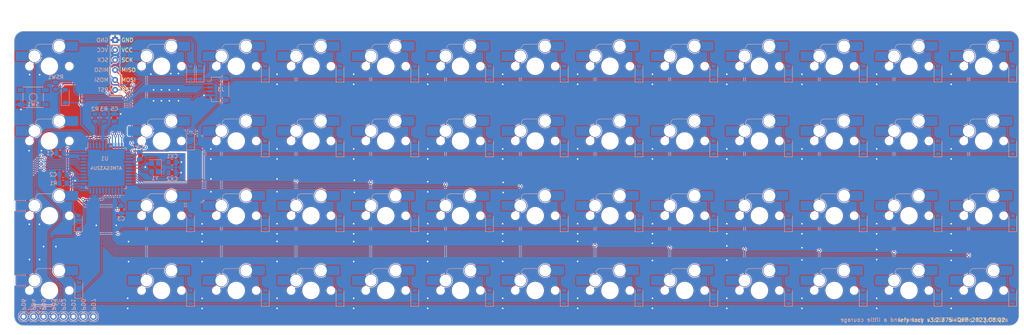
<source format=kicad_pcb>
(kicad_pcb (version 20221018) (generator pcbnew)
  (layers (0 "F.Cu" signal) (31 "B.Cu" signal) (34 "B.Paste" user) (35 "F.Paste" user) (36 "B.SilkS" user "B.Silkscreen") (37 "F.SilkS" user "F.Silkscreen") (38 "B.Mask" user) (39 "F.Mask" user) (44 "Edge.Cuts" user))
  (net 0 "")
  (net 1 "Net-(U1-UCAP)")
  (net 2 "GND")
  (net 3 "VCC")
  (net 4 "XTAL2")
  (net 5 "XTAL1")
  (net 6 "Net-(D1-A)")
  (net 7 "Net-(D2-A)")
  (net 8 "row2")
  (net 9 "Net-(D3-A)")
  (net 10 "Net-(D4-A)")
  (net 11 "Net-(D5-A)")
  (net 12 "Net-(D6-A)")
  (net 13 "Net-(D7-A)")
  (net 14 "Net-(D8-A)")
  (net 15 "Net-(D9-A)")
  (net 16 "Net-(D10-A)")
  (net 17 "Net-(D11-A)")
  (net 18 "Net-(D12-A)")
  (net 19 "Net-(D13-A)")
  (net 20 "Net-(D14-A)")
  (net 21 "Net-(D15-A)")
  (net 22 "Net-(D16-A)")
  (net 23 "Net-(D17-A)")
  (net 24 "Net-(D18-A)")
  (net 25 "Net-(D19-A)")
  (net 26 "Net-(D20-A)")
  (net 27 "Net-(D21-A)")
  (net 28 "Net-(D22-A)")
  (net 29 "Net-(D23-A)")
  (net 30 "Net-(D24-A)")
  (net 31 "Net-(D25-A)")
  (net 32 "Net-(D26-A)")
  (net 33 "Net-(D27-A)")
  (net 34 "Net-(D28-A)")
  (net 35 "Net-(D29-A)")
  (net 36 "Net-(D30-A)")
  (net 37 "Net-(D31-A)")
  (net 38 "Net-(D32-A)")
  (net 39 "Net-(D33-A)")
  (net 40 "Net-(D34-A)")
  (net 41 "Net-(D35-A)")
  (net 42 "Net-(D36-A)")
  (net 43 "Net-(D37-A)")
  (net 44 "Net-(D38-A)")
  (net 45 "Net-(D39-A)")
  (net 46 "Net-(D40-A)")
  (net 47 "Net-(D41-A)")
  (net 48 "Net-(D42-A)")
  (net 49 "Net-(D43-A)")
  (net 50 "Net-(D44-A)")
  (net 51 "Net-(D45-A)")
  (net 52 "Net-(D46-A)")
  (net 53 "Net-(D47-A)")
  (net 54 "Net-(D48-A)")
  (net 55 "Net-(D49-A)")
  (net 56 "Net-(D50-A)")
  (net 57 "Net-(D51-A)")
  (net 58 "Net-(D52-A)")
  (net 59 "col3")
  (net 60 "col4")
  (net 61 "col5")
  (net 62 "col6")
  (net 63 "col7")
  (net 64 "col8")
  (net 65 "col9")
  (net 66 "Net-(U1-~{HWB}{slash}PE2)")
  (net 67 "D+")
  (net 68 "D-")
  (net 69 "Net-(U1-D-)")
  (net 70 "Net-(U1-D+)")
  (net 71 "ISP_Reset")
  (net 73 "row3")
  (net 74 "row0")
  (net 75 "row1")
  (net 76 "extra1")
  (net 77 "extra2")
  (net 78 "extra3")
  (net 79 "extra4")
  (net 80 "extra5")
  (net 81 "extra6")
  (net 82 "extra7")
  (net 83 "extra8")
  (net 84 "col0{slash}sck")
  (net 85 "col10")
  (net 86 "col11")
  (net 87 "col12")
  (net 88 "col1{slash}mosi")
  (net 89 "col2{slash}miso")
  (footprint "Diode_SMD:D_SOD-123" (layer "B.Cu") (at 163.368756 31.425 90)
    (fp_text reference "D7")
    (fp_text value "D_Small")
  )
  (footprint "Capacitor_SMD:C_0805_2012Metric" (layer "B.Cu") (at 55.175 52.5 -90)
    (fp_text reference "C4")
    (fp_text value ".1uF")
  )
  (footprint "Resistor_SMD:R_0805_2012Metric" (layer "B.Cu") (at 33.737496 34.75 -90)
    (fp_text reference "RSW1")
    (fp_text value "10k")
  )
  (footprint "Diode_SMD:D_SOD-123" (layer "B.Cu") (at 182.418756 31.425 90)
    (fp_text reference "D8")
    (fp_text value "D_Small")
  )
  (footprint "Diode_SMD:D_SOD-123" (layer "B.Cu") (at 36.187496 37.4 90)
    (fp_text reference "D14")
    (fp_text value "D_Small")
  )
  (footprint "marbastlib-mx:SW_MX_HS_S_1u" (layer "B.Cu") (at 79.771942 86.915698 180)
    (fp_text reference "MX42" hide)
    (fp_text value "MX-NoLED" hide)
  )
  (footprint "Diode_SMD:D_SOD-123" (layer "B.Cu") (at 201.468756 69.55 90)
    (fp_text reference "D35")
    (fp_text value "D_Small")
  )
  (footprint "Diode_SMD:D_SOD-123" (layer "B.Cu") (at 239.568756 31.425 90)
    (fp_text reference "D11")
    (fp_text value "D_Small")
  )
  (footprint "Resistor_SMD:R_0805_2012Metric" (layer "B.Cu") (at 46.075 42.875 -90)
    (fp_text reference "R3")
    (fp_text value "22")
  )
  (footprint "marbastlib-mx:SW_MX_HS_S_1u" (layer "B.Cu") (at 194.072038 29.76565 180)
    (fp_text reference "MX9" hide)
    (fp_text value "MX-NoLED" hide)
  )
  (footprint "marbastlib-mx:SW_MX_HS_S_1u" (layer "B.Cu") (at 79.771942 29.76565 180)
    (fp_text reference "MX3" hide)
    (fp_text value "MX-NoLED" hide)
  )
  (footprint "Diode_SMD:D_SOD-123" (layer "B.Cu") (at 277.7 69.55 90)
    (fp_text reference "D39")
    (fp_text value "D_Small")
  )
  (footprint "marbastlib-mx:SW_MX_HS_S_1u" (layer "B.Cu") (at 60.721926 86.915698 180)
    (fp_text reference "MX41" hide)
    (fp_text value "MX-NoLED" hide)
  )
  (footprint "marbastlib-mx:SW_MX_HS_S_1u" (layer "B.Cu") (at 251.222086 48.815666 180)
    (fp_text reference "MX25" hide)
    (fp_text value "MX-NoLED" hide)
  )
  (footprint "marbastlib-mx:SW_MX_HS_S_1u" (layer "B.Cu") (at 194.072038 48.815666 180)
    (fp_text reference "MX22" hide)
    (fp_text value "MX-NoLED" hide)
  )
  (footprint "marbastlib-mx:SW_MX_HS_S_1u" (layer "B.Cu") (at 213.122054 86.915698 180)
    (fp_text reference "MX49" hide)
    (fp_text value "MX-NoLED" hide)
  )
  (footprint "Diode_SMD:D_SOD-123" (layer "B.Cu") (at 163.368756 88.55 90)
    (fp_text reference "D46")
    (fp_text value "D_Small")
  )
  (footprint "Diode_SMD:D_SOD-123" (layer "B.Cu") (at 39.662496 86.55 90)
    (fp_text reference "D40")
    (fp_text value "D_Small")
  )
  (footprint "marbastlib-mx:SW_MX_HS_S_1u" (layer "B.Cu") (at 213.122054 29.76565 180)
    (fp_text reference "MX10" hide)
    (fp_text value "MX-NoLED" hide)
  )
  (footprint "Capacitor_SMD:C_0805_2012Metric" (layer "B.Cu") (at 63.45 54.2)
    (fp_text reference "CX1")
    (fp_text value "22pF")
  )
  (footprint "Resistor_SMD:R_0805_2012Metric" (layer "B.Cu") (at 43.775 42.875 90)
    (fp_text reference "R2")
    (fp_text value "22")
  )
  (footprint "Capacitor_SMD:C_0805_2012Metric" (layer "B.Cu") (at 34.837496 51.925 180)
    (fp_text reference "C1")
    (fp_text value "10uF")
  )
  (footprint "Diode_SMD:D_SOD-123" (layer "B.Cu") (at 106.218756 31.425 90)
    (fp_text reference "D4")
    (fp_text value "D_Small")
  )
  (footprint "Crystal:Crystal_SMD_3225-4Pin_3.2x2.5mm" (layer "B.Cu") (at 59.05 55.575 -90)
    (fp_text reference "Y1")
    (fp_text value "16MHz")
  )
  (footprint "Capacitor_SMD:C_0805_2012Metric" (layer "B.Cu") (at 35.65 57.375 180)
    (fp_text reference "C2")
    (fp_text value ".1uF")
  )
  (footprint "marbastlib-mx:SW_MX_HS_S_1u" (layer "B.Cu") (at 136.92199 48.815666 180)
    (fp_text reference "MX19" hide)
    (fp_text value "MX-NoLED" hide)
  )
  (footprint "Diode_SMD:D_SOD-123" (layer "B.Cu") (at 87.168756 69.55 90)
    (fp_text reference "D29")
    (fp_text value "D_Small")
  )
  (footprint "marbastlib-mx:SW_MX_HS_S_1u" (layer "B.Cu") (at 175.022022 48.815666 180)
    (fp_text reference "MX21" hide)
    (fp_text value "MX-NoLED" hide)
  )
  (footprint "Diode_SMD:D_SOD-123" (layer "B.Cu") (at 239.568756 50.475 90)
    (fp_text reference "D24")
    (fp_text value "D_Small")
  )
  (footprint "Diode_SMD:D_SOD-123" (layer "B.Cu") (at 125.268756 69.55 90)
    (fp_text reference "D31")
    (fp_text value "D_Small")
  )
  (footprint "Diode_SMD:D_SOD-123" (layer "B.Cu") (at 144.318756 88.55 90)
    (fp_text reference "D45")
    (fp_text value "D_Small")
  )
  (footprint "Diode_SMD:D_SOD-123" (layer "B.Cu") (at 87.168756 50.475 90)
    (fp_text reference "D16")
    (fp_text value "D_Small")
  )
  (footprint "Diode_SMD:D_SOD-123" (layer "B.Cu") (at 68.118756 88.55 90)
    (fp_text reference "D41")
    (fp_text value "D_Small")
  )
  (footprint "marbastlib-mx:SW_MX_HS_S_1u" (layer "B.Cu") (at 79.771942 48.815666 180)
    (fp_text reference "MX16" hide)
    (fp_text value "MX-NoLED" hide)
  )
  (footprint "Diode_SMD:D_SOD-123" (layer "B.Cu") (at 277.675 31.425 90)
    (fp_text reference "D13")
    (fp_text value "D_Small")
  )
  (footprint "marbastlib-mx:SW_MX_HS_S_1u" (layer "B.Cu") (at 136.92199 67.865682 180)
    (fp_text reference "MX32" hide)
    (fp_text value "MX-NoLED" hide)
  )
  (footprint "Diode_SMD:D_SOD-123" (layer "B.Cu") (at 220.518756 88.55 90)
    (fp_text reference "D49")
    (fp_text value "D_Small")
  )
  (footprint "marbastlib-mx:SW_MX_HS_S_1u" (layer "B.Cu") (at 175.022022 29.76565 180)
    (fp_text reference "MX8" hide)
    (fp_text value "MX-NoLED" hide)
  )
  (footprint "Diode_SMD:D_SOD-123" (layer "B.Cu") (at 258.625 88.55 90)
    (fp_text reference "D51")
    (fp_text value "D_Small")
  )
  (footprint "Diode_SMD:D_SOD-123" (layer "B.Cu") (at 239.568756 88.55 90)
    (fp_text reference "D50")
    (fp_text value "D_Small")
  )
  (footprint "Capacitor_SMD:C_0805_2012Metric" (layer "B.Cu") (at 48.7 42.875 90)
    (fp_text reference "C5")
    (fp_text value "1uF")
  )
  (footprint "Diode_SMD:D_SOD-123" (layer "B.Cu") (at 277.668748 88.55 90)
    (fp_text reference "D52")
    (fp_text value "D_Small")
  )
  (footprint "marbastlib-mx:SW_MX_HS_S_1u" (layer "B.Cu") (at 155.972006 67.865682 180)
    (fp_text reference "MX33" hide)
    (fp_text value "MX-NoLED" hide)
  )
  (footprint "Diode_SMD:D_SOD-123" (layer "B.Cu") (at 239.568756 69.55 90)
    (fp_text reference "D37")
    (fp_text value "D_Small")
  )
  (footprint "Diode_SMD:D_SOD-123" (layer "B.Cu") (at 87.168756 31.425 90)
    (fp_text reference "D3")
    (fp_text value "D_Small")
  )
  (footprint "Capacitor_SMD:C_0805_2012Metric" (layer "B.Cu") (at 50.45 66.3 -90)
    (fp_text reference "C3")
    (fp_text value ".1uF")
  )
  (footprint "marbastlib-mx:SW_MX_HS_S_1u" (layer "B.Cu") (at 232.17207 67.865682 180)
    (fp_text reference "MX37" hide)
    (fp_text value "MX-NoLED" hide)
  )
  (footprint "Diode_SMD:D_SOD-123" (layer "B.Cu") (at 125.268756 50.475 90)
    (fp_text reference "D18")
    (fp_text value "D_Small")
  )
  (footprint "Diode_SMD:D_SOD-123" (layer "B.Cu") (at 68.118756 69.55 90)
    (fp_text reference "D28")
    (fp_text value "D_Small")
  )
  (footprint "marbastlib-mx:SW_MX_HS_S_1u" (layer "B.Cu") (at 175.022022 67.865682 180)
    (fp_text reference "MX34" hide)
    (fp_text value "MX-NoLED" hide)
  )
  (footprint "marbastlib-mx:SW_MX_HS_S_1u" (layer "B.Cu") (at 60.721926 67.865682 180)
    (fp_text reference "MX28" hide)
    (fp_text value "MX-NoLED" hide)
  )
  (footprint "marbastlib-mx:SW_MX_HS_S_1u" (layer "B.Cu") (at 175.022022 86.915698 180)
    (fp_text reference "MX47" hide)
    (fp_text value "MX-NoLED" hide)
  )
  (footprint "Diode_SMD:D_SOD-123" (layer "B.Cu") (at 144.318756 69.55 90)
    (fp_text reference "D32")
    (fp_text value "D_Small")
  )
  (footprint "marbastlib-mx:SW_MX_HS_S_1u" (layer "B.Cu") (at 136.92199 86.915698 180)
    (fp_text reference "MX45" hide)
    (fp_text value "MX-NoLED" hide)
  )
  (footprint "Diode_SMD:D_SOD-123" (layer "B.Cu") (at 125.268756 31.425 90)
    (fp_text reference "D5")
    (fp_text value "D_Small")
  )
  (footprint "marbastlib-mx:SW_MX_HS_S_1u" (layer "B.Cu") (at 98.821958 29.76565 180)
    (fp_text reference "MX4" hide)
    (fp_text value "MX-NoLED" hide)
  )
  (footprint "Diode_SMD:D_SOD-123" (layer "B.Cu") (at 39.543748 69.55 90)
    (fp_text reference "D27")
    (fp_text value "D_Small")
  )
  (footprint "marbastlib-mx:SW_MX_HS_S_1u" (layer "B.Cu") (at 79.771942 67.865682 180)
    (fp_text reference "MX29" hide)
    (fp_text value "MX-NoLED" hide)
  )
  (footprint "marbastlib-mx:SW_MX_HS_S_1u" (layer "B.Cu") (at 155.972006 29.76565 180)
    (fp_text reference "MX7" hide)
    (fp_text value "MX-NoLED" hide)
  )
  (footprint "Diode_SMD:D_SOD-123" (layer "B.Cu") (at 201.468756 88.55 90)
    (fp_text reference "D48")
    (fp_text value "D_Small")
  )
  (footprint "Diode_SMD:D_SOD-123" (layer "B.Cu") (at 182.418756 69.55 90)
    (fp_text reference "D34")
    (fp_text value "D_Small")
  )
  (footprint "marbastlib-mx:SW_MX_HS_S_1u" (layer "B.Cu") (at 117.871974 48.815666 180)
    (fp_text reference "MX18" hide)
    (fp_text value "MX-NoLED" hide)
  )
  (footprint "Diode_SMD:D_SOD-123" (layer "B.Cu") (at 163.368756 50.475 90)
    (fp_text reference "D20")
    (fp_text value "D_Small")
  )
  (footprint "marbastlib-mx:SW_MX_HS_S_1u" (layer "B.Cu") (at 270.272102 67.865682 180)
    (fp_text reference "MX39" hide)
    (fp_text value "MX-NoLED" hide)
  )
  (footprint "Connector_JST:JST_SH_SM04B-SRSS-TB_1x04-1MP_P1.00mm_Horizontal" (layer "B.Cu") (at 75.175 35.675 -90)
    (fp_text reference "J3")
    (fp_text value "4PIN")
  )
  (footprint "marbastlib-mx:SW_MX_HS_S_1u" (layer "B.Cu") (at 232.17207 48.815666 180)
    (fp_text reference "MX24" hide)
    (fp_text value "MX-NoLED" hide)
  )
  (footprint "Diode_SMD:D_SOD-123" (layer "B.Cu") (at 144.318756 50.475 90)
    (fp_text reference "D19")
    (fp_text value "D_Small")
  )
  (footprint "marbastlib-mx:SW_MX_HS_S_1u" (layer "B.Cu") (at 98.821958 86.915698 180)
    (fp_text reference "MX43" hide)
    (fp_text value "MX-NoLED" hide)
  )
  (footprint "marbastlib-mx:SW_MX_HS_S_1u" (layer "B.Cu") (at 270.272102 29.76565 180)
    (fp_text reference "MX13" hide)
    (fp_text value "MX-NoLED" hide)
  )
  (footprint "marbastlib-mx:SW_MX_HS_S_1u" (layer "B.Cu") (at 136.92199 29.76565 180)
    (fp_text reference "MX6" hide)
    (fp_text value "MX-NoLED" hide)
  )
  (footprint "marbastlib-mx:SW_MX_HS_S_1u" (layer "B.Cu") (at 213.122054 67.865682 180)
    (fp_text reference "MX36" hide)
    (fp_text value "MX-NoLED" hide)
  )
  (footprint "Resistor_SMD:R_0805_2012Metric" (layer "B.Cu") (at 35.65 59.575)
    (fp_text reference "R1")
    (fp_text value "10k")
  )
  (footprint "Connector_PinSocket_2.54mm:PinSocket_1x08_P2.54mm_Vertical" (layer "B.Cu") (at 25.55878 93.575 -90)
    (fp_text reference "J5")
    (fp_text value "Conn_01x08")
  )
  (footprint "Diode_SMD:D_SOD-123" (layer "B.Cu") (at 144.318756 31.425 90)
    (fp_text reference "D6")
    (fp_text value "D_Small")
  )
  (footprint "marbastlib-mx:SW_MX_HS_S_1u" (layer "B.Cu") (at 98.821958 67.865682 180)
    (fp_text reference "MX30" hide)
    (fp_text value "MX-NoLED" hide)
  )
  (footprint "Diode_SMD:D_SOD-123" (layer "B.Cu") (at 258.625 31.425 90)
    (fp_text reference "D12")
    (fp_text value "D_Small")
  )
  (footprint "Diode_SMD:D_SOD-123" (layer "B.Cu") (at 106.218756 69.55 90)
    (fp_text reference "D30")
    (fp_text value "D_Small")
  )
  (footprint "Diode_SMD:D_SOD-123" (layer "B.Cu") (at 68.113756 31.425 90)
    (fp_text reference "D2")
    (fp_text value "D_Small")
  )
  (footprint "Capacitor_SMD:C_0805_2012Metric" (layer "B.Cu") (at 63.45 56.9)
    (fp_text reference "CX2")
    (fp_text value "22pF")
  )
  (footprint "marbastlib-mx:SW_MX_HS_S_1u" (layer "B.Cu") (at 194.072038 67.865682 180)
    (fp_text reference "MX35" hide)
    (fp_text value "MX-NoLED" hide)
  )
  (footprint "marbastlib-mx:SW_MX_HS_S_1u" (layer "B.Cu") (at 60.721926 48.815666 180)
    (fp_text reference "MX15" hide)
    (fp_text value "MX-NoLED" hide)
  )
  (footprint "marbastlib-mx:SW_MX_HS_S_1u" (layer "B.Cu") (at 194.072038 86.915698 180)
    (fp_text reference "MX48" hide)
    (fp_text value "MX-NoLED" hide)
  )
  (footprint "Diode_SMD:D_SOD-123" (layer "B.Cu") (at 163.368756 69.55 90)
    (fp_text reference "D33")
    (fp_text value "D_Small")
  )
  (footprint "marbastlib-mx:SW_MX_HS_S_1u" (layer "B.Cu") (at 117.871974 67.865682 180)
    (fp_text reference "MX31" hide)
    (fp_text value "MX-NoLED" hide)
  )
  (footprint "Diode_SMD:D_SOD-123" (layer "B.Cu") (at 201.468756 50.475 90)
    (fp_text reference "D22")
    (fp_text value "D_Small")
  )
  (footprint "marbastlib-mx:SW_MX_HS_S_1u" (layer "B.Cu") (at 98.821958 48.815666 180)
    (fp_text reference "MX17" hide)
    (fp_text value "MX-NoLED" hide)
  )
  (footprint "Diode_SMD:D_SOD-123" (layer "B.Cu") (at 220.518756 69.55 90)
    (fp_text reference "D36")
    (fp_text value "D_Small")
  )
  (footprint "marbastlib-mx:SW_MX_HS_S_1u" (layer "B.Cu") (at 251.222086 86.915698 180)
    (fp_text reference "MX51" hide)
    (fp_text value "MX-NoLED" hide)
  )
  (footprint "Package_QFP:TQFP-44_10x10mm_P0.8mm" (layer "B.Cu") (at 46.6 55.75 -90)
    (fp_text reference "U1")
    (fp_text value "ATmega32U4-A")
  )
  (footprint "marbastlib-mx:SW_MX_HS_S_1u" (layer "B.Cu") (at 117.871974 86.915698 180)
    (fp_text reference "MX44" hide)
    (fp_text value "MX-NoLED" hide)
  )
  (footprint "marbastlib-mx:SW_MX_HS_S_1u" (layer "B.Cu") (at 32.146902 67.865682 180)
    (fp_text reference "MX27" hide)
    (fp_text value "MX-NoLED" hide)
  )
  (footprint "marbastlib-mx:SW_MX_HS_S_1u" (layer "B.Cu") (at 32.146902 86.915698 180)
    (fp_text reference "MX40" hide)
    (fp_text value "MX-NoLED" hide)
  )
  (footprint "marbastlib-mx:SW_MX_HS_S_1u" (layer "B.Cu") (at 251.222086 29.76565 180)
    (fp_text reference "MX12" hide)
    (fp_text value "MX-NoLED" hide)
  )
  (footprint "Diode_SMD:D_SOD-123" (layer "B.Cu") (at 106.218756 88.55 90)
    (fp_text reference "D43")
    (fp_text value "D_Small")
  )
  (footprint "Diode_SMD:D_SOD-123" (layer "B.Cu") (at 182.418756 88.55 90)
    (fp_text reference "D47")
    (fp_text value "D_Small")
  )
  (footprint "marbastlib-mx:SW_MX_HS_S_1u" (layer "B.Cu") (at 232.17207 29.76565 180)
    (fp_text reference "MX11" hide)
    (fp_text value "MX-NoLED" hide)
  )
  (footprint "Diode_SMD:D_SOD-123" (layer "B.Cu") (at 201.468756 31.425 90)
    (fp_text reference "D9")
    (fp_text value "D_Small")
  )
  (footprint "marbastlib-mx:SW_MX_HS_S_1u" (layer "B.Cu") (at 213.122054 48.815666 180)
    (fp_text reference "MX23" hide)
    (fp_text value "MX-NoLED" hide)
  )
  (footprint "marbastlib-mx:SW_MX_HS_S_1u" (layer "B.Cu") (at 270.272102 86.915698 180)
    (fp_text reference "MX52" hide)
    (fp_text value "MX-NoLED" hide)
  )
  (footprint "Diode_SMD:D_SOD-123" (layer "B.Cu") (at 70.575 31.4025 90)
    (fp_text reference "D1")
    (fp_text value "D_Small")
  )
  (footprint "Diode_SMD:D_SOD-123" (layer "B.Cu") (at 182.418756 50.475 90)
    (fp_text reference "D21")
    (fp_text value "D_Small")
  )
  (footprint "marbastlib-mx:SW_MX_HS_S_1u" (layer "B.Cu") (at 60.721926 29.76565 180)
    (fp_text reference "MX2" hide)
    (fp_text value "MX-NoLED" hide)
  )
  (footprint "marbastlib-mx:SW_MX_HS_S_1u" (layer "B.Cu") (at 232.17207 86.915698 180)
    (fp_text reference "MX50" hide)
    (fp_text value "MX-NoLED" hide)
  )
  (footprint "Diode_SMD:D_SOD-123" (layer "B.Cu") (at 258.618756 69.55 90)
    (fp_text reference "D38")
    (fp_text value "D_Small")
  )
  (footprint "marbastlib-mx:SW_MX_HS_S_1u" (layer "B.Cu") (at 155.972006 48.815666 180)
    (fp_text reference "MX20" hide)
    (fp_text value "MX-NoLED" hide)
  )
  (footprint "marbastlib-mx:SW_MX_HS_S_1u" (layer "B.Cu") (at 270.272102 48.815666 180)
    (fp_text reference "MX26" hide)
    (fp_text value "MX-NoLED" hide)
  )
  (footprint "Diode_SMD:D_SOD-123" (layer "B.Cu") (at 68.118756 48.725 90)
    (fp_text reference "D15")
    (fp_text value "D_Small")
  )
  (footprint "marbastlib-mx:SW_MX_HS_S_1u" (layer "B.Cu") (at 32.146902 29.76565 180)
    (fp_text reference "MX1" hide)
    (fp_text value "MX-NoLED" hide)
  )
  (footprint "acheron_Connectors:PinHeader_1x6_P2.54mm_Vertical" (layer "B.Cu") (at 48.9 29.45 180)
    (fp_text reference "J2" hide)
    (fp_text value "AVR-ISP-6_mod" hide)
  )
  (footprint "random-keyboard-parts:SKQG-1155865" (layer "B.Cu") (at 28.012496 37.675 180)
    (fp_text reference "SW1")
    (fp_text value "SW_PUSH")
  )
  (footprint "Diode_SMD:D_SOD-123" (layer "B.Cu") (at 220.518756 50.475 90)
    (fp_text reference "D23")
    (fp_text value "D_Small")
  )
  (footprint "Diode_SMD:D_SOD-123" (layer "B.Cu") (at 258.625 50.475 90)
    (fp_text reference "D25")
    (fp_text value "D_Small")
  )
  (footprint "Diode_SMD:D_SOD-123" (layer "B.Cu") (at 87.168756 88.55 90)
    (fp_text reference "D42")
    (fp_text value "D_Small")
  )
  (footprint "Diode_SMD:D_SOD-123" (layer "B.Cu") (at 277.675 50.475 90)
    (fp_text reference "D26")
    (fp_text value "D_Small")
  )
  (footprint "marbastlib-mx:SW_MX_HS_S_1u" (layer "B.Cu") (at 251.222086 67.865682 180)
    (fp_text reference "MX38" hide)
    (fp_text value "MX-NoLED" hide)
  )
  (footprint "Diode_SMD:D_SOD-123" (layer "B.Cu") (at 220.518756 31.425 90)
    (fp_text reference "D10")
    (fp_text value "D_Small")
  )
  (footprint "marbastlib-mx:SW_MX_HS_S_1u" (layer "B.Cu") (at 117.871974 29.76565 180)
    (fp_text reference "MX5" hide)
    (fp_text value "MX-NoLED" hide)
  )
  (footprint "Diode_SMD:D_SOD-123" (layer "B.Cu") (at 125.268756 88.55 90)
    (fp_text reference "D44")
    (fp_text value "D_Small")
  )
  (footprint "Diode_SMD:D_SOD-123" (layer "B.Cu") (at 106.218756 50.475 90)
    (fp_text reference "D17")
    (fp_text value "D_Small")
  )
  (footprint "marbastlib-mx:SW_MX_HS_S_1u" (layer "B.Cu") (at 155.972006 86.915698 180)
    (fp_text reference "MX46" hide)
    (fp_text value "MX-NoLED" hide)
  )
  (footprint "marbastlib-mx:SW_MX_HS_S_1u" (layer "B.Cu") (at 32.146902 48.815666 180)
    (fp_text reference "MX14" hide)
    (fp_text value "MX-NoLED" hide)
  )
  (gr_arc (start 279.201797 93.464141) (mid 278.50433 95.147913) (end 276.820545 95.845393) (stroke (width 0.1)) (layer "Edge.Cuts"))
  (gr_line (start 279.201798 23.217206) (end 279.201797 93.464141) (stroke (width 0.1)) (layer "Edge.Cuts"))
  (gr_line (start 23.217207 93.464141) (end 23.217207 23.217207) (stroke (width 0.1)) (layer "Edge.Cuts"))
  (gr_arc (start 276.820546 20.835954) (mid 278.504345 21.533406) (end 279.201798 23.217206) (stroke (width 0.1)) (layer "Edge.Cuts"))
  (gr_line (start 276.820545 95.845393) (end 25.598459 95.845393) (stroke (width 0.1)) (layer "Edge.Cuts"))
  (gr_arc (start 23.217207 23.217207) (mid 23.914657 21.533404) (end 25.598459 20.835955) (stroke (width 0.1)) (layer "Edge.Cuts"))
  (gr_line (start 25.598459 20.835955) (end 276.820546 20.835954) (stroke (width 0.1)) (layer "Edge.Cuts"))
  (gr_arc (start 25.598459 95.845393) (mid 23.91464 95.147959) (end 23.217207 93.464141) (stroke (width 0.1)) (layer "Edge.Cuts"))
  (gr_text "anything is possible with a dremel and a little courage" (at 255.15 94.375) (layer "B.SilkS") (effects (font (size 1 1)) (justify mirror)))
  (gr_text "lefy lucy v3.2.375-QFP 2023.08.02" (at 248.425 95.025) (layer "F.SilkS") (effects (font (size 1 1)) (justify left bottom)))
  (segment (start 46.6 50.05) (end 46.6 45.925) (width 0.254) (layer "B.Cu") (net 1))
  (segment (start 48.7 43.825) (end 46.6 45.925) (width 0.254) (layer "B.Cu") (net 1))
  (segment (start 109.7 74.45) (end 109.7 79.55) (width 0.254) (layer "F.Cu") (net 2))
  (segment (start 223.95 50.825) (end 223.95 53.4) (width 0.254) (layer "F.Cu") (net 2))
  (segment (start 147.675 31.8) (end 147.675 34.375) (width 0.254) (layer "F.Cu") (net 2))
  (segment (start 44.1 70.325) (end 49.2 70.325) (width 0.254) (layer "F.Cu") (net 2))
  (segment (start 73.3 50.85) (end 73.3 53.425) (width 0.254) (layer "F.Cu") (net 2))
  (segment (start 90.175 50.825) (end 90.175 53.4) (width 0.254) (layer "F.Cu") (net 2))
  (segment (start 261.975 31.8) (end 261.975 34.375) (width 0.254) (layer "F.Cu") (net 2))
  (segment (start 90.175 58.475) (end 90.175 61.75) (width 0.254) (layer "F.Cu") (net 2))
  (segment (start 27.037496 70.05) (end 29.612496 70.05) (width 0.254) (layer "F.Cu") (net 2))
  (segment (start 223.95 31.8) (end 223.95 34.375) (width 0.254) (layer "F.Cu") (net 2))
  (segment (start 58.7 35.775) (end 58.7 38.575) (width 0.254) (layer "F.Cu") (net 2))
  (segment (start 204.8 50.825) (end 204.8 53.4) (width 0.254) (layer "F.Cu") (net 2))
  (segment (start 147.675 50.825) (end 147.675 53.4) (width 0.254) (layer "F.Cu") (net 2))
  (segment (start 243 31.8) (end 243 34.375) (width 0.254) (layer "F.Cu") (net 2))
  (segment (start 26.962496 51.275) (end 30.112496 51.275) (width 0.254) (layer "F.Cu") (net 2))
  (segment (start 109.7 69.9) (end 109.7 72.475) (width 0.254) (layer "F.Cu") (net 2))
  (segment (start 109.7 88.9) (end 109.7 91.475) (width 0.254) (layer "F.Cu") (net 2))
  (segment (start 90.175 88.9) (end 90.175 91.475) (width 0.254) (layer "F.Cu") (net 2))
  (segment (start 223.95 69.9) (end 223.95 72.475) (width 0.254) (layer "F.Cu") (net 2))
  (segment (start 128.575 88.9) (end 128.575 91.475) (width 0.254) (layer "F.Cu") (net 2))
  (segment (start 243 69.9) (end 243 72.475) (width 0.254) (layer "F.Cu") (net 2))
  (segment (start 223.95 76.025) (end 223.95 79.125) (width 0.254) (layer "F.Cu") (net 2))
  (segment (start 204.8 69.9) (end 204.8 72.475) (width 0.254) (layer "F.Cu") (net 2))
  (segment (start 60.7 35.775) (end 60.7 38.575) (width 0.254) (layer "F.Cu") (net 2))
  (segment (start 147.675 88.9) (end 147.675 91.475) (width 0.254) (layer "F.Cu") (net 2))
  (segment (start 204.8 31.8) (end 204.8 34.375) (width 0.254) (layer "F.Cu") (net 2))
  (segment (start 185.85 74.9) (end 185.85 79.3) (width 0.254) (layer "F.Cu") (net 2))
  (segment (start 185.85 31.8) (end 185.85 34.375) (width 0.254) (layer "F.Cu") (net 2))
  (segment (start 52.1 88.9) (end 52.1 91.475) (width 0.254) (layer "F.Cu") (net 2))
  (segment (start 128.55 74.425) (end 128.55 79.525) (width 0.254) (layer "F.Cu") (net 2))
  (segment (start 65.05 35.775) (end 65.05 38.575) (width 0.254) (layer "F.Cu") (net 2))
  (segment (start 243 50.825) (end 243 53.4) (width 0.254) (layer "F.Cu") (net 2))
  (segment (start 62.725 32) (end 63.075 31.65) (width 0.254) (layer "F.Cu") (net 2))
  (segment (start 58.7 35.775) (end 58.7 32.475) (width 0.254) (layer "F.Cu") (net 2))
  (segment (start 147.675 69.9) (end 147.675 72.475) (width 0.254) (layer "F.Cu") (net 2))
  (segment (start 166.775 88.9) (end 166.775 91.475) (width 0.254) (layer "F.Cu") (net 2))
  (segment (start 30.662496 75.725) (end 33.812496 75.725) (width 0.254) (layer "F.Cu") (net 2))
  (segment (start 62.725 35.775) (end 62.725 32) (width 0.254) (layer "F.Cu") (net 2))
  (segment (start 128.575 50.825) (end 128.575 53.4) (width 0.254) (layer "F.Cu") (net 2))
  (segment (start 261.975 50.825) (end 261.975 53.4) (width 0.254) (layer "F.Cu") (net 2))
  (segment (start 109.7 31.8) (end 109.7 34.375) (width 0.254) (layer "F.Cu") (net 2))
  (segment (start 185.85 69.9) (end 185.85 72.475) (width 0.254) (layer "F.Cu") (net 2))
  (segment (start 90.175 74.425) (end 90.175 79.525) (width 0.254) (layer "F.Cu") (net 2))
  (segment (start 27.087496 31.9) (end 29.662496 31.9) (width 0.254) (layer "F.Cu") (net 2))
  (segment (start 71.075 74.45) (end 71.075 79.55) (width 0.254) (layer "F.Cu") (net 2))
  (segment (start 204.8 88.9) (end 204.8 91.475) (width 0.254) (layer "F.Cu") (net 2))
  (segment (start 261.975 88.9) (end 261.975 91.475) (width 0.254) (layer "F.Cu") (net 2))
  (segment (start 261.975 69.9) (end 261.975 72.475) (width 0.254) (layer "F.Cu") (net 2))
  (segment (start 185.85 88.9) (end 185.85 91.475) (width 0.254) (layer "F.Cu") (net 2))
  (segment (start 166.775 50.825) (end 166.775 53.4) (width 0.254) (layer "F.Cu") (net 2))
  (segment (start 147.675 74.4) (end 147.675 79.5) (width 0.254) (layer "F.Cu") (net 2))
  (segment (start 71.075 88.925) (end 71.075 91.5) (width 0.254) (layer "F.Cu") (net 2))
  (segment (start 52.325 74.45) (end 52.325 79.55) (width 0.254) (layer "F.Cu") (net 2))
  (segment (start 71.075 69.925) (end 71.075 72.5) (width 0.254) (layer "F.Cu") (net 2))
  (segment (start 204.8 75.55) (end 204.8 79.2) (width 0.254) (layer "F.Cu") (net 2))
  (segment (start 90.175 31.8) (end 90.175 34.375) (width 0.254) (layer "F.Cu") (net 2))
  (segment (start 58.7 32.475) (end 58 31.775) (width 0.254) (layer "F.Cu") (net 2))
  (segment (start 166.775 69.9) (end 166.775 72.475) (width 0.254) (layer "F.Cu") (net 2))
  (segment (start 223.95 88.9) (end 223.95 91.475) (width 0.254) (layer "F.Cu") (net 2))
  (segment (start 166.775 74.4) (end 166.775 79.5) (width 0.254) (layer "F.Cu") (net 2))
  (segment (start 73.325 58.4875) (end 73.325 61.7625) (width 0.254) (layer "F.Cu") (net 2))
  (segment (start 243 88.9) (end 243 91.475) (width 0.254) (layer "F.Cu") (net 2))
  (segment (start 27.062496 79.025) (end 29.637496 79.025) (width 0.254) (layer "F.Cu") (net 2))
  (segment (start 243 76.475) (end 243 79.05) (width 0.254) (layer "F.Cu") (net 2))
  (segment (start 185.85 50.825) (end 185.85 53.4) (width 0.254) (layer "F.Cu") (net 2))
  (segment (start 109.7 50.825) (end 109.7 53.4) (width 0.254) (layer "F.Cu") (net 2))
  (segment (start 65.05 35.775) (end 65.05 31.625) (width 0.254) (layer "F.Cu") (net 2))
  (segment (start 62.725 35.775) (end 62.725 38.575) (width 0.254) (layer "F.Cu") (net 2))
  (segment (start 128.575 69.9) (end 128.575 72.475) (width 0.254) (layer "F.Cu") (net 2))
  (segment (start 128.575 59.2) (end 128.575 61.775) (width 0.254) (layer "F.Cu") (net 2))
  (segment (start 90.175 69.9) (end 90.175 72.475) (width 0.254) (layer "F.Cu") (net 2))
  (segment (start 261.975 76.675) (end 261.975 79.25) (width 0.254) (layer "F.Cu") (net 2))
  (segment (start 109.875 61.925) (end 109.875 58.825) (width 0.254) (layer "F.Cu") (net 2))
  (segment (start 166.775 31.8) (end 166.775 34.375) (width 0.254) (layer "F.Cu") (net 2))
  (segment (start 147.8 59.375) (end 147.8 61.95) (width 0.254) (layer "F.Cu") (net 2))
  (segment (start 128.575 31.8) (end 128.575 34.375) (width 0.254) (layer "F.Cu") (net 2))
  (via (at 128.575 50.825) (size 0.8128) (drill 0.4064) (layers "F.Cu" "B.Cu") (net 2))
  (via (at 243 69.9) (size 0.8128) (drill 0.4064) (layers "F.Cu" "B.Cu") (net 2))
  (via (at 71.075 74.45) (size 0.8128) (drill 0.4064) (layers "F.Cu" "B.Cu") (net 2))
  (via (at 128.575 59.2) (size 0.8128) (drill 0.4064) (layers "F.Cu" "B.Cu") (net 2))
  (via (at 65.725 56.9) (size 0.8128) (drill 0.4064) (layers "F.Cu" "B.Cu") (net 2))
  (via (at 261.975 31.8) (size 0.8128) (drill 0.4064) (layers "F.Cu" "B.Cu") (net 2))
  (via (at 147.675 79.5) (size 0.8128) (drill 0.4064) (layers "F.Cu" "B.Cu") (net 2))
  (via (at 261.975 53.4) (size 0.8128) (drill 0.4064) (layers "F.Cu" "B.Cu") (net 2))
  (via (at 166.775 31.8) (size 0.8128) (drill 0.4064) (layers "F.Cu" "B.Cu") (net 2))
  (via (at 185.85 69.9) (size 0.8128) (drill 0.4064) (layers "F.Cu" "B.Cu") (net 2))
  (via (at 204.8 50.825) (size 0.8128) (drill 0.4064) (layers "F.Cu" "B.Cu") (net 2))
  (via (at 73.325 61.7625) (size 0.8128) (drill 0.4064) (layers "F.Cu" "B.Cu") (net 2))
  (via (at 185.85 79.3) (size 0.8128) (drill 0.4064) (layers "F.Cu" "B.Cu") (net 2))
  (via (at 58 31.775) (size 0.8128) (drill 0.4064) (layers "F.Cu" "B.Cu") (net 2))
  (via (at 261.975 72.475) (size 0.8128) (drill 0.4064) (layers "F.Cu" "B.Cu") (net 2))
  (via (at 27.037496 70.05) (size 0.8128) (drill 0.4064) (layers "F.Cu" "B.Cu") (net 2))
  (via (at 261.975 79.25) (size 0.8128) (drill 0.4064) (layers "F.Cu" "B.Cu") (net 2))
  (via (at 204.8 88.9) (size 0.8128) (drill 0.4064) (layers "F.Cu" "B.Cu") (net 2))
  (via (at 147.675 72.475) (size 0.8128) (drill 0.4064) (layers "F.Cu" "B.Cu") (net 2))
  (via (at 223.95 72.475) (size 0.8128) (drill 0.4064) (layers "F.Cu" "B.Cu") (net 2))
  (via (at 58.7 38.575) (size 0.8128) (drill 0.4064) (layers "F.Cu" "B.Cu") (net 2))
  (via (at 71.075 79.55) (size 0.8128) (drill 0.4064) (layers "F.Cu" "B.Cu") (net 2))
  (via (at 261.975 76.675) (size 0.8128) (drill 0.4064) (layers "F.Cu" "B.Cu") (net 2))
  (via (at 166.775 53.4) (size 0.8128) (drill 0.4064) (layers "F.Cu" "B.Cu") (net 2))
  (via (at 65.05 31.625) (size 0.8128) (drill 0.4064) (layers "F.Cu" "B.Cu") (net 2))
  (via (at 29.612496 70.05) (size 0.8128) (drill 0.4064) (layers "F.Cu" "B.Cu") (net 2))
  (via (at 204.8 72.475) (size 0.8128) (drill 0.4064) (layers "F.Cu" "B.Cu") (net 2))
  (via (at 90.175 91.475) (size 0.8128) (drill 0.4064) (layers "F.Cu" "B.Cu") (net 2))
  (via (at 204.8 34.375) (size 0.8128) (drill 0.4064) (layers "F.Cu" "B.Cu") (net 2))
  (via (at 261.975 69.9) (size 0.8128) (drill 0.4064) (layers "F.Cu" "B.Cu") (net 2))
  (via (at 204.8 79.2) (size 0.8128) (drill 0.4064) (layers "F.Cu" "B.Cu") (net 2))
  (via (at 166.775 69.9) (size 0.8128) (drill 0.4064) (layers "F.Cu" "B.Cu") (net 2))
  (via (at 147.675 53.4) (size 0.8128) (drill 0.4064) (layers "F.Cu" "B.Cu") (net 2))
  (via (at 38.7 58.925) (size 0.8128) (drill 0.4064) (layers "F.Cu" "B.Cu") (net 2))
  (via (at 109.7 31.8) (size 0.8128) (drill 0.4064) (layers "F.Cu" "B.Cu") (net 2))
  (via (at 109.7 50.825) (size 0.8128) (drill 0.4064) (layers "F.Cu" "B.Cu") (net 2))
  (via (at 261.975 50.825) (size 0.8128) (drill 0.4064) (layers "F.Cu" "B.Cu") (net 2))
  (via (at 109.7 74.45) (size 0.8128) (drill 0.4064) (layers "F.Cu" "B.Cu") (net 2))
  (via (at 166.775 74.4) (size 0.8128) (drill 0.4064) (layers "F.Cu" "B.Cu") (net 2))
  (via (at 60.7 35.775) (size 0.8128) (drill 0.4064) (layers "F.Cu" "B.Cu") (net 2))
  (via (at 44.1 70.325) (size 0.8128) (drill 0.4064) (layers "F.Cu" "B.Cu") (net 2))
  (via (at 204.8 53.4) (size 0.8128) (drill 0.4064) (layers "F.Cu" "B.Cu") (net 2))
  (via (at 71.075 72.5) (size 0.8128) (drill 0.4064) (layers "F.Cu" "B.Cu") (net 2))
  (via (at 185.85 50.825) (size 0.8128) (drill 0.4064) (layers "F.Cu" "B.Cu") (net 2))
  (via (at 58.7 35.775) (size 0.8128) (drill 0.4064) (layers "F.Cu" "B.Cu") (net 2))
  (via (at 166.775 88.9) (size 0.8128) (drill 0.4064) (layers "F.Cu" "B.Cu") (net 2))
  (via (at 261.975 88.9) (size 0.8128) (drill 0.4064) (layers "F.Cu" "B.Cu") (net 2))
  (via (at 49.2 70.325) (size 0.8128) (drill 0.4064) (layers "F.Cu" "B.Cu") (net 2))
  (via (at 65.05 38.575) (size 0.8128) (drill 0.4064) (layers "F.Cu" "B.Cu") (net 2))
  (via (at 243 76.475) (size 0.8128) (drill 0.4064) (layers "F.Cu" "B.Cu") (net 2))
  (via (at 109.7 72.475) (size 0.8128) (drill 0.4064) (layers "F.Cu" "B.Cu") (net 2))
  (via (at 56.6 55.475) (size 0.8128) (drill 0.4064) (layers "F.Cu" "B.Cu") (net 2))
  (via (at 223.95 50.825) (size 0.8128) (drill 0.4064) (layers "F.Cu" "B.Cu") (net 2))
  (via (at 243 72.475) (size 0.8128) (drill 0.4064) (layers "F.Cu" "B.Cu") (net 2))
  (via (at 52.325 79.55) (size 0.8128) (drill 0.4064) (layers "F.Cu" "B.Cu") (net 2))
  (via (at 185.85 74.9) (size 0.8128) (drill 0.4064) (layers "F.Cu" "B.Cu") (net 2))
  (via (at 73.3 50.85) (size 0.8128) (drill 0.4064) (layers "F.Cu" "B.Cu") (net 2))
  (via (at 128.575 31.8) (size 0.8128) (drill 0.4064) (layers "F.Cu" "B.Cu") (net 2))
  (via (at 204.8 75.55) (size 0.8128) (drill 0.4064) (layers "F.Cu" "B.Cu") (net 2))
  (via (at 185.85 88.9) (size 0.8128) (drill 0.4064) (layers "F.Cu" "B.Cu") (net 2))
  (via (at 52.325 74.45) (size 0.8128) (drill 0.4064) (layers "F.Cu" "B.Cu") (net 2))
  (via (at 185.85 72.475) (size 0.8128) (drill 0.4064) (layers "F.Cu" "B.Cu") (net 2))
  (via (at 90.175 58.475) (size 0.8128) (drill 0.4064) (layers "F.Cu" "B.Cu") (net 2))
  (via (at 30.662496 75.725) (size 0.8128) (drill 0.4064) (layers "F.Cu" "B.Cu") (net 2))
  (via (at 128.55 79.525) (size 0.8128) (drill 0.4064) (layers "F.Cu" "B.Cu") (net 2))
  (via (at 109.7 88.9) (size 0.8128) (drill 0.4064) (layers "F.Cu" "B.Cu") (net 2))
  (via (at 166.775 34.375) (size 0.8128) (drill 0.4064) (layers "F.Cu" "B.Cu") (net 2))
  (via (at 29.637496 79.025) (size 0.8128) (drill 0.4064) (layers "F.Cu" "B.Cu") (net 2))
  (via (at 261.975 91.475) (size 0.8128) (drill 0.4064) (layers "F.Cu" "B.Cu") (net 2))
  (via (at 109.7 34.375) (size 0.8128) (drill 0.4064) (layers "F.Cu" "B.Cu") (net 2))
  (via (at 223.95 53.4) (size 0.8128) (drill 0.4064) (layers "F.Cu" "B.Cu") (net 2))
  (via (at 147.675 91.475) (size 0.8128) (drill 0.4064) (layers "F.Cu" "B.Cu") (net 2))
  (via (at 109.7 79.55) (size 0.8128) (drill 0.4064) (layers "F.Cu" "B.Cu") (net 2))
  (via (at 166.775 91.475) (size 0.8128) (drill 0.4064) (layers "F.Cu" "B.Cu") (net 2))
  (via (at 204.8 69.9) (size 0.8128) (drill 0.4064) (layers "F.Cu" "B.Cu") (net 2))
  (via (at 52.1 88.9) (size 0.8128) (drill 0.4064) (layers "F.Cu" "B.Cu") (net 2))
  (via (at 243 91.475) (size 0.8128) (drill 0.4064) (layers "F.Cu" "B.Cu") (net 2))
  (via (at 128.575 61.775) (size 0.8128) (drill 0.4064) (layers "F.Cu" "B.Cu") (net 2))
  (via (at 90.175 61.75) (size 0.8128) (drill 0.4064) (layers "F.Cu" "B.Cu") (net 2))
  (via (at 128.575 91.475) (size 0.8128) (drill 0.4064) (layers "F.Cu" "B.Cu") (net 2))
  (via (at 204.8 91.475) (size 0.8128) (drill 0.4064) (layers "F.Cu" "B.Cu") (net 2))
  (via (at 90.175 74.425) (size 0.8128) (drill 0.4064) (layers "F.Cu" "B.Cu") (net 2))
  (via (at 109.7 69.9) (size 0.8128) (drill 0.4064) (layers "F.Cu" "B.Cu") (net 2))
  (via (at 166.775 50.825) (size 0.8128) (drill 0.4064) (layers "F.Cu" "B.Cu") (net 2))
  (via (at 128.575 69.9) (size 0.8128) (drill 0.4064) (layers "F.Cu" "B.Cu") (net 2))
  (via (at 223.95 34.375) (size 0.8128) (drill 0.4064) (layers "F.Cu" "B.Cu") (net 2))
  (via (at 128.575 72.475) (size 0.8128) (drill 0.4064) (layers "F.Cu" "B.Cu") (net 2))
  (via (at 24.912496 40.8) (size 0.8128) (drill 0.4064) (layers "F.Cu" "B.Cu") (net 2))
  (via (at 147.8 61.95) (size 0.8128) (drill 0.4064) (layers "F.Cu" "B.Cu") (net 2))
  (via (at 243 53.4) (size 0.8128) (drill 0.4064) (layers "F.Cu" "B.Cu") (net 2))
  (via (at 90.175 31.8) (size 0.8128) (drill 0.4064) (layers "F.Cu" "B.Cu") (net 2))
  (via (at 109.7 53.4) (size 0.8128) (drill 0.4064) (layers "F.Cu" "B.Cu") (net 2))
  (via (at 27.062496 79.025) (size 0.8128) (drill 0.4064) (layers "F.Cu" "B.Cu") (net 2))
  (via (at 62.725 35.775) (size 0.8128) (drill 0.4064) (layers "F.Cu" "B.Cu") (net 2))
  (via (at 128.575 34.375) (size 0.8128) (drill 0.4064) (layers "F.Cu" "B.Cu") (net 2))
  (via (at 128.575 88.9) (size 0.8128) (drill 0.4064) (layers "F.Cu" "B.Cu") (net 2))
  (via (at 128.575 53.4) (size 0.8128) (drill 0.4064) (layers "F.Cu" "B.Cu") (net 2))
  (via (at 30.112496 51.275) (size 0.8128) (drill 0.4064) (layers "F.Cu" "B.Cu") (net 2))
  (via (at 109.875 61.925) (size 0.8128) (drill 0.4064) (layers "F.Cu" "B.Cu") (net 2))
  (via (at 243 50.825) (size 0.8128) (drill 0.4064) (layers "F.Cu" "B.Cu") (net 2))
  (via (at 243 31.8) (size 0.8128) (drill 0.4064) (layers "F.Cu" "B.Cu") (net 2))
  (via (at 147.675 69.9) (size 0.8128) (drill 0.4064) (layers "F.Cu" "B.Cu") (net 2))
  (via (at 50.325 41.925) (size 0.8128) (drill 0.4064) (layers "F.Cu" "B.Cu") (net 2))
  (via (at 166.775 79.5) (size 0.8128) (drill 0.4064) (layers "F.Cu" "B.Cu") (net 2))
  (via (at 223.95 69.9) (size 0.8128) (drill 0.4064) (layers "F.Cu" "B.Cu") (net 2))
  (via (at 62.725 38.575) (size 0.8128) (drill 0.4064) (layers "F.Cu" "B.Cu") (net 2))
  (via (at 71.075 91.5) (size 0.8128) (drill 0.4064) (layers "F.Cu" "B.Cu") (net 2))
  (via (at 243 34.375) (size 0.8128) (drill 0.4064) (layers "F.Cu" "B.Cu") (net 2))
  (via (at 223.95 88.9) (size 0.8128) (drill 0.4064) (layers "F.Cu" "B.Cu") (net 2))
  (via (at 185.85 53.4) (size 0.8128) (drill 0.4064) (layers "F.Cu" "B.Cu") (net 2))
  (via (at 90.175 69.9) (size 0.8128) (drill 0.4064) (layers "F.Cu" "B.Cu") (net 2))
  (via (at 52.1 91.475) (size 0.8128) (drill 0.4064) (layers "F.Cu" "B.Cu") (net 2))
  (via (at 71.075 69.925) (size 0.8128) (drill 0.4064) (layers "F.Cu" "B.Cu") (net 2))
  (via (at 147.675 31.8) (size 0.8128) (drill 0.4064) (layers "F.Cu" "B.Cu") (net 2))
  (via (at 185.85 91.475) (size 0.8128) (drill 0.4064) (layers "F.Cu" "B.Cu") (net 2))
  (via (at 90.175 72.475) (size 0.8128) (drill 0.4064) (layers "F.Cu" "B.Cu") (net 2))
  (via (at 147.675 88.9) (size 0.8128) (drill 0.4064) (layers "F.Cu" "B.Cu") (net 2))
  (via (at 128.55 74.425) (size 0.8128) (drill 0.4064) (layers "F.Cu" "B.Cu") (net 2))
  (via (at 166.775 72.475) (size 0.8128) (drill 0.4064) (layers "F.Cu" "B.Cu") (net 2))
  (via (at 65.8 54.2) (size 0.8128) (drill 0.4064) (layers "F.Cu" "B.Cu") (net 2))
  (via (at 223.95 91.475) (size 0.8128) (drill 0.4064) (layers "F.Cu" "B.Cu") (net 2))
  (via (at 147.8 59.375) (size 0.8128) (drill 0.4064) (layers "F.Cu" "B.Cu") (net 2))
  (via (at 109.7 91.475) (size 0.8128) (drill 0.4064) (layers "F.Cu" "B.Cu") (net 2))
  (via (at 90.175 79.525) (size 0.8128) (drill 0.4064) (layers "F.Cu" "B.Cu") (net 2))
  (via (at 223.95 76.025) (size 0.8128) (drill 0.4064) (layers "F.Cu" "B.Cu") (net 2))
  (via (at 147.675 50.825) (size 0.8128) (drill 0.4064) (layers "F.Cu" "B.Cu") (net 2))
  (via (at 90.175 88.9) (size 0.8128) (drill 0.4064) (layers "F.Cu" "B.Cu") (net 2))
  (via (at 73.3 53.425) (size 0.8128) (drill 0.4064) (layers "F.Cu" "B.Cu") (net 2))
  (via (at 185.85 31.8) (size 0.8128) (drill 0.4064) (layers "F.Cu" "B.Cu") (net 2))
  (via (at 261.975 34.375) (size 0.8128) (drill 0.4064) (layers "F.Cu" "B.Cu") (net 2))
  (via (at 63.075 31.65) (size 0.8128) (drill 0.4064) (layers "F.Cu" "B.Cu") (net 2))
  (via (at 65.05 35.775) (size 0.8128) (drill 0.4064) (layers "F.Cu" "B.Cu") (net 2))
  (via (at 26.962496 51.275) (size 0.8128) (drill 0.4064) (layers "F.Cu" "B.Cu") (net 2))
  (via (at 223.95 31.8) (size 0.8128) (drill 0.4064) (layers "F.Cu" "B.Cu") (net 2))
  (via (at 147.675 34.375) (size 0.8128) (drill 0.4064) (layers "F.Cu" "B.Cu") (net 2))
  (via (at 71.075 88.925) (size 0.8128) (drill 0.4064) (layers "F.Cu" "B.Cu") (net 2))
  (via (at 109.875 58.825) (size 0.8128) (drill 0.4064) (layers "F.Cu" "B.Cu") (net 2))
  (via (at 29.662496 31.9) (size 0.8128) (drill 0.4064) (layers "F.Cu" "B.Cu") (net 2))
  (via (at 90.175 53.4) (size 0.8128) (drill 0.4064) (layers "F.Cu" "B.Cu") (net 2))
  (via (at 243 88.9) (size 0.8128) (drill 0.4064) (layers "F.Cu" "B.Cu") (net 2))
  (via (at 60.7 38.575) (size 0.8128) (drill 0.4064) (layers "F.Cu" "B.Cu") (net 2))
  (via (at 147.675 74.4) (size 0.8128) (drill 0.4064) (layers "F.Cu" "B.Cu") (net 2))
  (via (at 204.8 31.8) (size 0.8128) (drill 0.4064) (layers "F.Cu" "B.Cu") (net 2))
  (via (at 223.95 79.125) (size 0.8128) (drill 0.4064) (layers "F.Cu" "B.Cu") (net 2))
  (via (at 27.087496 31.9) (size 0.8128) (drill 0.4064) (layers "F.Cu" "B.Cu") (net 2))
  (via (at 71.575 37.2) (size 0.8128) (drill 0.4064) (layers "F.Cu" "B.Cu") (net 2))
  (via (at 185.85 34.375) (size 0.8128) (drill 0.4064) (layers "F.Cu" "B.Cu") (net 2))
  (via (at 33.812496 75.725) (size 0.8128) (drill 0.4064) (layers "F.Cu" "B.Cu") (net 2))
  (via (at 73.325 58.4875) (size 0.8128) (drill 0.4064) (layers "F.Cu" "B.Cu") (net 2))
  (via (at 90.175 50.825) (size 0.8128) (drill 0.4064) (layers "F.Cu" "B.Cu") (net 2))
  (via (at 90.175 34.375) (size 0.8128) (drill 0.4064) (layers "F.Cu" "B.Cu") (net 2))
  (via (at 243 79.05) (size 0.8128) (drill 0.4064) (layers "F.Cu" "B.Cu") (net 2))
  (segment (start 45.8 50.05) (end 45.8 46.150264) (width 0.254) (layer "B.Cu") (net 2))
  (segment (start 24.912496 39.525) (end 24.912496 40.8) (width 0.254) (layer "B.Cu") (net 2))
  (segment (start 52.3 54.15) (end 54.475 54.15) (width 0.254) (layer "B.Cu") (net 2))
  (segment (start 64.4 52.9) (end 64.4 54.2) (width 0.254) (layer "B.Cu") (net 2))
  (segment (start 56.425 52.2) (end 63.7 52.2) (width 0.254) (layer "B.Cu") (net 2))
  (segment (start 64.4 54.2) (end 65.8 54.2) (width 0.254) (layer "B.Cu") (net 2))
  (segment (start 40.9 52.55) (end 36.987496 52.55) (width 0.254) (layer "B.Cu") (net 2))
  (segment (start 64.4 56.9) (end 63.05 55.55) (width 0.254) (layer "B.Cu") (net 2))
  (segment (start 36.987496 52.55) (end 36.412496 53.125) (width 0.254) (layer "B.Cu") (net 2))
  (segment (start 61.025 55.55) (end 63.05 55.55) (width 0.254) (layer "B.Cu") (net 2))
  (segment (start 59.9 56.375) (end 59.9 56.675) (width 0.254) (layer "B.Cu") (net 2))
  (segment (start 40.9 58.95) (end 38.725 58.95) (width 0.254) (layer "B.Cu") (net 2))
  (segment (start 63.7 52.2) (end 64.4 52.9) (width 0.254) (layer "B.Cu") (net 2))
  (segment (start 57.6 54.475) (end 56.6 55.475) (width 0.254) (layer "B.Cu") (net 2))
  (segment (start 45.8 46.150264) (end 47.375 44.575264) (width 0.254) (layer "B.Cu") (net 2))
  (segment (start 64.4 56.9) (end 65.725 56.9) (width 0.254) (layer "B.Cu") (net 2))
  (segment (start 63.05 55.55) (end 64.4 54.2) (width 0.254) (layer "B.Cu") (net 2))
  (segment (start 47.375 43.25) (end 48.7 41.925) (width 0.254) (layer "B.Cu") (net 2))
  (segment (start 73.175 37.175) (end 71.6 37.175) (width 0.254) (layer "B.Cu") (net 2))
  (segment (start 50.6 61.45) (end 50.6 63.439538) (width 0.254) (layer "B.Cu") (net 2))
  (segment (start 48.7 41.925) (end 50.325 41.925) (width 0.254) (layer "B.Cu") (net 2))
  (segment (start 59.9 56.675) (end 61.025 55.55) (width 0.254) (layer "B.Cu") (net 2))
  (segment (start 35.087496 53.125) (end 33.887496 51.925) (width 0.254) (layer "B.Cu") (net 2))
  (segment (start 58.2 54.475) (end 58.2 54.675) (width 0.254) (layer "B.Cu") (net 2))
  (segment (start 38.725 58.95) (end 38.7 58.925) (width 0.254) (layer "B.Cu") (net 2))
  (segment (start 47.375 44.575264) (end 47.375 43.25) (width 0.254) (layer "B.Cu") (net 2))
  (segment (start 36.412496 53.125) (end 35.087496 53.125) (width 0.254) (layer "B.Cu") (net 2))
  (segment (start 55.175 53.45) (end 56.425 52.2) (width 0.254) (layer "B.Cu") (net 2))
  (segment (start 71.6 37.175) (end 71.575 37.2) (width 0.254) (layer "B.Cu") (net 2))
  (segment (start 50.45 67.25) (end 51.5 66.2) (width 0.254) (layer "B.Cu") (net 2))
  (segment (start 50.6 63.439538) (end 51.5 64.339538) (width 0.254) (layer "B.Cu") (net 2))
  (segment (start 58.2 54.675) (end 59.9 56.375) (width 0.254) (layer "B.Cu") (net 2))
  (segment (start 54.475 54.15) (end 55.175 53.45) (width 0.254) (layer "B.Cu") (net 2))
  (segment (start 51.5 66.2) (end 51.5 64.339538) (width 0.254) (layer "B.Cu") (net 2))
  (segment (start 58.2 54.475) (end 57.6 54.475) (width 0.254) (layer "B.Cu") (net 2))
  (segment (start 37.8 57.35) (end 37.8 62.012504) (width 0.381) (layer "F.Cu") (net 3))
  (segment (start 48.525 65.35) (end 49.475 66.3) (width 0.381) (layer "F.Cu") (net 3))
  (segment (start 48.9 25.64) (end 47.1551 27.3849) (width 0.381) (layer "F.Cu") (net 3))
  (segment (start 40.137496 34.202958) (end 40.125 34.190462) (width 0.381) (layer "F.Cu") (net 3))
  (segment (start 56.6199 50.4199) (end 56.625 50.425) (width 0.381) (layer "F.Cu") (net 3))
  (segment (start 40.125 34.190462) (end 35.672034 34.190462) (width 0.381) (layer "F.Cu") (net 3))
  (segment (start 47.4 47.925) (end 43.45 47.925) (width 0.381) (layer "F.Cu") (net 3))
  (segment (start 38.762496 50.725) (end 36.762496 50.725) (width 0.381) (layer "F.Cu") (net 3))
  (segment (start 47.4 49.3) (end 48.5199 50.4199) (width 0.381) (layer "F.Cu") (net 3))
  (segment (start 47.4 47.925) (end 47.4 49.3) (width 0.381) (layer "F.Cu") (net 3))
  (segment (start 41.137496 65.35) (end 48.525 65.35) (width 0.381) (layer "F.Cu") (net 3))
  (segment (start 36.762496 56.312496) (end 37.8 57.35) (width 0.381) (layer "F.Cu") (net 3))
  (segment (start 41.562496 47.925) (end 38.762496 50.725) (width 0.381) (layer "F.Cu") (net 3))
  (segment (start 35.672034 34.190462) (end 35.287496 34.575) (width 0.381) (layer "F.Cu") (net 3))
  (segment (start 37.8 62.012504) (end 37.931248 62.143752) (width 0.381) (layer "F.Cu") (net 3))
  (segment (start 48.5199 50.4199) (end 56.6199 50.4199) (width 0.381) (layer "F.Cu") (net 3))
  (segment (start 37.931248 62.143752) (end 41.137496 65.35) (width 0.381) (layer "F.Cu") (net 3))
  (segment (start 36.762496 54.75) (end 36.762496 56.312496) (width 0.381) (layer "F.Cu") (net 3))
  (segment (start 45.859538 34.190462) (end 40.125 34.190462) (width 0.381) (layer "F.Cu") (net 3))
  (segment (start 47.1551 27.3849) (end 47.1551 32.8949) (width 0.381) (layer "F.Cu") (net 3))
  (segment (start 47.1551 32.8949) (end 45.859538 34.190462) (width 0.381) (layer "F.Cu") (net 3))
  (segment (start 36.762496 50.725) (end 36.762496 54.75) (width 0.381) (layer "F.Cu") (net 3))
  (segment (start 43.45 47.925) (end 41.562496 47.925) (width 0.381) (layer "F.Cu") (net 3))
  (segment (start 40.137496 39.475) (end 40.137496 34.202958) (width 0.381) (layer "F.Cu") (net 3))
  (via (at 49.475 66.3) (size 0.8128) (drill 0.4064) (layers "F.Cu" "B.Cu") (net 3))
  (via (at 37.8 57.35) (size 0.8128) (drill 0.4064) (layers "F.Cu" "B.Cu") (net 3))
  (via (at 43.45 47.925) (size 0.8128) (drill 0.4064) (layers "F.Cu" "B.Cu") (net 3))
  (via (at 36.762496 50.725) (size 0.8128) (drill 0.4064) (layers "F.Cu" "B.Cu") (net 3))
  (via (at 56.625 50.425) (size 0.8128) (drill 0.4064) (layers "F.Cu" "B.Cu") (net 3))
  (via (at 47.4 47.925) (size 0.8128) (drill 0.4064) (layers "F.Cu" "B.Cu") (net 3))
  (via (at 40.137496 39.475) (size 0.8128) (drill 0.4064) (layers "F.Cu" "B.Cu") (net 3))
  (via (at 35.287496 34.575) (size 0.8128) (drill 0.4064) (layers "F.Cu" "B.Cu") (net 3))
  (segment (start 50.45 64.725) (end 50.45 65.35) (width 0.381) (layer "B.Cu") (net 3))
  (segment (start 37.8 57.35) (end 36.625 57.35) (width 0.381) (layer "B.Cu") (net 3))
  (segment (start 66.806877 34.377815) (end 71.227554 34.377815) (width 0.381) (layer "B.Cu") (net 3))
  (segment (start 36.762496 50.725) (end 36.112496 50.725) (width 0.381) (layer "B.Cu") (net 3))
  (segment (start 34.199996 35.6625) (end 35.287496 34.575) (width 0.381) (layer "B.Cu") (net 3))
  (segment (start 55.9987 33.9513) (end 66.380362 33.9513) (width 0.381) (layer "B.Cu") (net 3))
  (segment (start 51.8 38.15) (end 55.9987 33.9513) (width 0.381) (layer "B.Cu") (net 3))
  (segment (start 41.462496 38.15) (end 51.8 38.15) (width 0.381) (layer "B.Cu") (net 3))
  (segment (start 52.3 53.35) (end 53.375 53.35) (width 0.381) (layer "B.Cu") (net 3))
  (segment (start 66.380362 33.9513) (end 66.806877 34.377815) (width 0.381) (layer "B.Cu") (net 3))
  (segment (start 38.465329 59.75) (end 36.6 57.884671) (width 0.381) (layer "B.Cu") (net 3))
  (segment (start 40.137496 39.475) (end 41.462496 38.15) (width 0.381) (layer "B.Cu") (net 3))
  (segment (start 43.4 50.05) (end 43.4 47.975) (width 0.381) (layer "B.Cu") (net 3))
  (segment (start 56.3 50.425) (end 55.175 51.55) (width 0.381) (layer "B.Cu") (net 3))
  (segment (start 43.45 47.925) (end 40.137496 44.612496) (width 0.381) (layer "B.Cu") (net 3))
  (segment (start 50.425 65.35) (end 49.475 66.3) (width 0.381) (layer "B.Cu") (net 3))
  (segment (start 53.375 53.35) (end 55.175 51.55) (width 0.381) (layer "B.Cu") (net 3))
  (segment (start 50.45 65.35) (end 50.425 65.35) (width 0.381) (layer "B.Cu") (net 3))
  (segment (start 35.787496 51.05) (end 35.787496 51.925) (width 0.381) (layer "B.Cu") (net 3))
  (segment (start 43.4 47.975) (end 43.45 47.925) (width 0.381) (layer "B.Cu") (net 3))
  (segment (start 40.9 51.75) (end 37.437496 51.75) (width 0.381) (layer "B.Cu") (net 3))
  (segment (start 36.625 57.35) (end 36.6 57.375) (width 0.381) (layer "B.Cu") (net 3))
  (segment (start 49.8 61.45) (end 49.8 64.075) (width 0.381) (layer "B.Cu") (net 3))
  (segment (start 33.737496 35.6625) (end 34.199996 35.6625) (width 0.381) (layer "B.Cu") (net 3))
  (segment (start 47.4 50.05) (end 47.4 47.925) (width 0.381) (layer "B.Cu") (net 3))
  (segment (start 40.137496 39.475) (end 40.137496 44.612496) (width 0.381) (layer "B.Cu") (net 3))
  (segment (start 71.430367 34.175) (end 73.175 34.175) (width 0.381) (layer "B.Cu") (net 3))
  (segment (start 36.112496 50.725) (end 35.787496 51.05) (width 0.381) (layer "B.Cu") (net 3))
  (segment (start 37.262496 51.925) (end 35.787496 51.925) (width 0.381) (layer "B.Cu") (net 3))
  (segment (start 36.6 57.884671) (end 36.6 57.375) (width 0.381) (layer "B.Cu") (net 3))
  (segment (start 40.9 59.75) (end 38.465329 59.75) (width 0.381) (layer "B.Cu") (net 3))
  (segment (start 49.8 64.075) (end 50.45 64.725) (width 0.381) (layer "B.Cu") (net 3))
  (segment (start 37.437496 51.75) (end 37.262496 51.925) (width 0.381) (layer "B.Cu") (net 3))
  (segment (start 71.227554 34.377815) (end 71.430367 34.175) (width 0.381) (layer "B.Cu") (net 3))
  (segment (start 56.625 50.425) (end 56.3 50.425) (width 0.381) (layer "B.Cu") (net 3))
  (segment (start 59.9 53.55) (end 59.4 53.05) (width 0.254) (layer "B.Cu") (net 4))
  (segment (start 59.9 54.475) (end 59.9 53.55) (width 0.254) (layer "B.Cu") (net 4))
  (segment (start 59.4 53.05) (end 57.1 53.05) (width 0.254) (layer "B.Cu") (net 4))
  (segment (start 59.9 54.475) (end 62.225 54.475) (width 0.254) (layer "B.Cu") (net 4))
  (segment (start 52.3 54.95) (end 55.825 54.95) (width 0.254) (layer "B.Cu") (net 4))
  (segment (start 62.225 54.475) (end 62.5 54.2) (width 0.254) (layer "B.Cu") (net 4))
  (segment (start 57.1 53.05) (end 56.625 53.525) (width 0.254) (layer "B.Cu") (net 4))
  (segment (start 56.625 54.15) (end 55.825 54.95) (width 0.254) (layer "B.Cu") (net 4))
  (segment (start 56.625 53.525) (end 56.625 54.15) (width 0.254) (layer "B.Cu") (net 4))
  (segment (start 61.525 57.875) (end 62.5 56.9) (width 0.254) (layer "B.Cu") (net 5))
  (segment (start 56.175 56.675) (end 55.25 55.75) (width 0.254) (layer "B.Cu") (net 5))
  (segment (start 55.25 55.75) (end 52.3 55.75) (width 0.254) (layer "B.Cu") (net 5))
  (segment (start 58.2 56.675) (end 56.175 56.675) (width 0.254) (layer "B.Cu") (net 5))
  (segment (start 58.2 57.375) (end 58.7 57.875) (width 0.254) (layer "B.Cu") (net 5))
  (segment (start 58.7 57.875) (end 61.525 57.875) (width 0.254) (layer "B.Cu") (net 5))
  (segment (start 58.2 56.675) (end 58.2 57.375) (width 0.254) (layer "B.Cu") (net 5))
  (segment (start 54.125 22.55) (end 52.35 24.325) (width 0.254) (layer "B.Cu") (net 6))
  (segment (start 69.375 28.5525) (end 69.375 23.7) (width 0.254) (layer "B.Cu") (net 6))
  (segment (start 68.225 22.55) (end 54.125 22.55) (width 0.254) (layer "B.Cu") (net 6))
  (segment (start 70.575 29.7525) (end 69.375 28.5525) (width 0.254) (layer "B.Cu") (net 6))
  (segment (start 38.597552 24.325) (end 38.236902 24.68565) (width 0.254) (layer "B.Cu") (net 6))
  (segment (start 69.375 23.7) (end 68.225 22.55) (width 0.254) (layer "B.Cu") (net 6))
  (segment (start 52.35 24.325) (end 38.597552 24.325) (width 0.254) (layer "B.Cu") (net 6))
  (segment (start 66.811926 24.68565) (end 66.811926 28.47317) (width 0.254) (layer "B.Cu") (net 7))
  (segment (start 66.811926 28.47317) (end 68.113756 29.775) (width 0.254) (layer "B.Cu") (net 7))
  (segment (start 49.6 72.4) (end 39.537496 72.4) (width 0.254) (layer "F.Cu") (net 8))
  (via (at 49.6 72.4) (size 0.8128) (drill 0.4064) (layers "F.Cu" "B.Cu") (net 8))
  (via (at 39.537496 72.4) (size 0.8128) (drill 0.4064) (layers "F.Cu" "B.Cu") (net 8))
  (segment (start 41.181896 64.358762) (end 41.181896 69.561852) (width 0.254) (layer "B.Cu") (net 8))
  (segment (start 39.537496 72.4) (end 39.537496 71.206252) (width 0.254) (layer "B.Cu") (net 8))
  (segment (start 41.181896 64.358762) (end 43.4 62.140658) (width 0.254) (layer "B.Cu") (net 8))
  (segment (start 68.118756 71.2) (end 277.7 71.2) (width 0.254) (layer "B.Cu") (net 8))
  (segment (start 68.118756 71.2) (end 50.8 71.2) (width 0.254) (layer "B.Cu") (net 8))
  (segment (start 41.181896 69.561852) (end 39.543748 71.2) (width 0.254) (layer "B.Cu") (net 8))
  (segment (start 43.4 61.45) (end 43.4 62.140658) (width 0.254) (layer "B.Cu") (net 8))
  (segment (start 50.8 71.2) (end 49.6 72.4) (width 0.254) (layer "B.Cu") (net 8))
  (segment (start 39.537496 71.206252) (end 39.543748 71.2) (width 0.254) (layer "B.Cu") (net 8))
  (segment (start 85.861942 24.68565) (end 85.861942 28.468186) (width 0.254) (layer "B.Cu") (net 9))
  (segment (start 85.861942 28.468186) (end 87.168756 29.775) (width 0.254) (layer "B.Cu") (net 9))
  (segment (start 104.911958 24.68565) (end 104.911958 28.468202) (width 0.254) (layer "B.Cu") (net 10))
  (segment (start 104.911958 28.468202) (end 106.218756 29.775) (width 0.254) (layer "B.Cu") (net 10))
  (segment (start 123.961974 24.68565) (end 123.961974 28.468218) (width 0.254) (layer "B.Cu") (net 11))
  (segment (start 123.961974 28.468218) (end 125.268756 29.775) (width 0.254) (layer "B.Cu") (net 11))
  (segment (start 143.01199 28.468234) (end 144.318756 29.775) (width 0.254) (layer "B.Cu") (net 12))
  (segment (start 143.01199 24.68565) (end 143.01199 28.468234) (width 0.254) (layer "B.Cu") (net 12))
  (segment (start 162.062006 28.46825) (end 163.368756 29.775) (width 0.254) (layer "B.Cu") (net 13))
  (segment (start 162.062006 24.68565) (end 162.062006 28.46825) (width 0.254) (layer "B.Cu") (net 13))
  (segment (start 181.112022 24.68565) (end 181.112022 28.468266) (width 0.254) (layer "B.Cu") (net 14))
  (segment (start 181.112022 28.468266) (end 182.418756 29.775) (width 0.254) (layer "B.Cu") (net 14))
  (segment (start 200.162038 28.468282) (end 201.468756 29.775) (width 0.254) (layer "B.Cu") (net 15))
  (segment (start 200.162038 24.68565) (end 200.162038 28.468282) (width 0.254) (layer "B.Cu") (net 15))
  (segment (start 219.212054 28.468298) (end 220.518756 29.775) (width 0.254) (layer "B.Cu") (net 16))
  (segment (start 219.212054 24.68565) (end 219.212054 28.468298) (width 0.254) (layer "B.Cu") (net 16))
  (segment (start 238.26207 24.68565) (end 238.26207 28.468314) (width 0.254) (layer "B.Cu") (net 17))
  (segment (start 238.26207 28.468314) (end 239.568756 29.775) (width 0.254) (layer "B.Cu") (net 17))
  (segment (start 257.312086 24.68565) (end 257.312086 28.462086) (width 0.254) (layer "B.Cu") (net 18))
  (segment (start 257.312086 28.462086) (end 258.625 29.775) (width 0.254) (layer "B.Cu") (net 18))
  (segment (start 276.362102 28.462102) (end 277.675 29.775) (width 0.254) (layer "B.Cu") (net 19))
  (segment (start 276.362102 24.68565) (end 276.362102 28.462102) (width 0.254) (layer "B.Cu") (net 19))
  (segment (start 34.686902 37.250594) (end 34.686902 43.735666) (width 0.254) (layer "B.Cu") (net 20))
  (segment (start 36.187496 35.75) (end 34.686902 37.250594) (width 0.254) (layer "B.Cu") (net 20))
  (segment (start 66.811926 45.76817) (end 68.118756 47.075) (width 0.254) (layer "B.Cu") (net 21))
  (segment (start 66.811926 43.735666) (end 66.811926 45.76817) (width 0.254) (layer "B.Cu") (net 21))
  (segment (start 85.861942 43.735666) (end 85.861942 47.518186) (width 0.254) (layer "B.Cu") (net 22))
  (segment (start 85.861942 47.518186) (end 87.168756 48.825) (width 0.254) (layer "B.Cu") (net 22))
  (segment (start 104.911958 43.735666) (end 104.911958 47.518202) (width 0.254) (layer "B.Cu") (net 23))
  (segment (start 104.911958 47.518202) (end 106.218756 48.825) (width 0.254) (layer "B.Cu") (net 23))
  (segment (start 123.961974 43.735666) (end 123.961974 47.518218) (width 0.254) (layer "B.Cu") (net 24))
  (segment (start 123.961974 47.518218) (end 125.268756 48.825) (width 0.254) (layer "B.Cu") (net 24))
  (segment (start 143.01199 47.518234) (end 144.318756 48.825) (width 0.254) (layer "B.Cu") (net 25))
  (segment (start 143.01199 43.735666) (end 143.01199 47.518234) (width 0.254) (layer "B.Cu") (net 25))
  (segment (start 162.062006 43.735666) (end 162.062006 47.51825) (width 0.254) (layer "B.Cu") (net 26))
  (segment (start 162.062006 47.51825) (end 163.368756 48.825) (width 0.254) (layer "B.Cu") (net 26))
  (segment (start 181.112022 43.735666) (end 181.112022 47.518266) (width 0.254) (layer "B.Cu") (net 27))
  (segment (start 181.112022 47.518266) (end 182.418756 48.825) (width 0.254) (layer "B.Cu") (net 27))
  (segment (start 200.162038 47.518282) (end 201.468756 48.825) (width 0.254) (layer "B.Cu") (net 28))
  (segment (start 200.162038 43.735666) (end 200.162038 47.518282) (width 0.254) (layer "B.Cu") (net 28))
  (segment (start 219.212054 47.518298) (end 220.518756 48.825) (width 0.254) (layer "B.Cu") (net 29))
  (segment (start 219.212054 43.735666) (end 219.212054 47.518298) (width 0.254) (layer "B.Cu") (net 29))
  (segment (start 238.26207 43.735666) (end 238.26207 47.518314) (width 0.254) (layer "B.Cu") (net 30))
  (segment (start 238.26207 47.518314) (end 239.568756 48.825) (width 0.254) (layer "B.Cu") (net 30))
  (segment (start 257.312086 43.735666) (end 257.312086 47.512086) (width 0.254) (layer "B.Cu") (net 31))
  (segment (start 257.312086 47.512086) (end 258.625 48.825) (width 0.254) (layer "B.Cu") (net 31))
  (segment (start 276.362102 43.735666) (end 276.362102 47.512102) (width 0.254) (layer "B.Cu") (net 32))
  (segment (start 276.362102 47.512102) (end 277.675 48.825) (width 0.254) (layer "B.Cu") (net 32))
  (segment (start 38.236902 66.593154) (end 39.543748 67.9) (width 0.254) (layer "B.Cu") (net 33))
  (segment (start 38.236902 62.785682) (end 38.236902 66.593154) (width 0.254) (layer "B.Cu") (net 33))
  (segment (start 66.811926 66.59317) (end 68.118756 67.9) (width 0.254) (layer "B.Cu") (net 34))
  (segment (start 66.811926 62.785682) (end 66.811926 66.59317) (width 0.254) (layer "B.Cu") (net 34))
  (segment (start 85.861942 62.785682) (end 85.861942 66.593186) (width 0.254) (layer "B.Cu") (net 35))
  (segment (start 85.861942 66.593186) (end 87.168756 67.9) (width 0.254) (layer "B.Cu") (net 35))
  (segment (start 104.911958 62.785682) (end 104.911958 66.593202) (width 0.254) (layer "B.Cu") (net 36))
  (segment (start 104.911958 66.593202) (end 106.218756 67.9) (width 0.254) (layer "B.Cu") (net 36))
  (segment (start 123.961974 66.593218) (end 125.268756 67.9) (width 0.254) (layer "B.Cu") (net 37))
  (segment (start 123.961974 62.785682) (end 123.961974 66.593218) (width 0.254) (layer "B.Cu") (net 37))
  (segment (start 143.01199 62.785682) (end 143.01199 66.593234) (width 0.254) (layer "B.Cu") (net 38))
  (segment (start 143.01199 66.593234) (end 144.318756 67.9) (width 0.254) (layer "B.Cu") (net 38))
  (segment (start 162.062006 62.785682) (end 162.062006 66.59325) (width 0.254) (layer "B.Cu") (net 39))
  (segment (start 162.062006 66.59325) (end 163.368756 67.9) (width 0.254) (layer "B.Cu") (net 39))
  (segment (start 181.112022 62.785682) (end 181.112022 66.593266) (width 0.254) (layer "B.Cu") (net 40))
  (segment (start 181.112022 66.593266) (end 182.418756 67.9) (width 0.254) (layer "B.Cu") (net 40))
  (segment (start 200.162038 62.785682) (end 200.162038 66.593282) (width 0.254) (layer "B.Cu") (net 41))
  (segment (start 200.162038 66.593282) (end 201.468756 67.9) (width 0.254) (layer "B.Cu") (net 41))
  (segment (start 219.212054 66.593298) (end 220.518756 67.9) (width 0.254) (layer "B.Cu") (net 42))
  (segment (start 219.212054 62.785682) (end 219.212054 66.593298) (width 0.254) (layer "B.Cu") (net 42))
  (segment (start 238.26207 66.593314) (end 239.568756 67.9) (width 0.254) (layer "B.Cu") (net 43))
  (segment (start 238.26207 62.785682) (end 238.26207 66.593314) (width 0.254) (layer "B.Cu") (net 43))
  (segment (start 257.312086 66.59333) (end 258.618756 67.9) (width 0.254) (layer "B.Cu") (net 44))
  (segment (start 257.312086 62.785682) (end 257.312086 66.59333) (width 0.254) (layer "B.Cu") (net 44))
  (segment (start 276.362102 66.562102) (end 277.7 67.9) (width 0.254) (layer "B.Cu") (net 45))
  (segment (start 276.362102 62.785682) (end 276.362102 66.562102) (width 0.254) (layer "B.Cu") (net 45))
  (segment (start 38.236902 83.474406) (end 39.662496 84.9) (width 0.254) (layer "B.Cu") (net 46))
  (segment (start 38.236902 81.835698) (end 38.236902 83.474406) (width 0.254) (layer "B.Cu") (net 46))
  (segment (start 66.811926 85.59317) (end 68.118756 86.9) (width 0.254) (layer "B.Cu") (net 47))
  (segment (start 66.811926 81.835698) (end 66.811926 85.59317) (width 0.254) (layer "B.Cu") (net 47))
  (segment (start 85.861942 85.593186) (end 87.168756 86.9) (width 0.254) (layer "B.Cu") (net 48))
  (segment (start 85.861942 81.835698) (end 85.861942 85.593186) (width 0.254) (layer "B.Cu") (net 48))
  (segment (start 104.911958 85.593202) (end 106.218756 86.9) (width 0.254) (layer "B.Cu") (net 49))
  (segment (start 104.911958 81.835698) (end 104.911958 85.593202) (width 0.254) (layer "B.Cu") (net 49))
  (segment (start 123.961974 81.835698) (end 123.961974 85.593218) (width 0.254) (layer "B.Cu") (net 50))
  (segment (start 123.961974 85.593218) (end 125.268756 86.9) (width 0.254) (layer "B.Cu") (net 50))
  (segment (start 143.01199 85.593234) (end 144.318756 86.9) (width 0.254) (layer "B.Cu") (net 51))
  (segment (start 143.01199 81.835698) (end 143.01199 85.593234) (width 0.254) (layer "B.Cu") (net 51))
  (segment (start 162.062006 81.835698) (end 162.062006 85.59325) (width 0.254) (layer "B.Cu") (net 52))
  (segment (start 162.062006 85.59325) (end 163.368756 86.9) (width 0.254) (layer "B.Cu") (net 52))
  (segment (start 181.112022 81.835698) (end 181.112022 85.593266) (width 0.254) (layer "B.Cu") (net 53))
  (segment (start 181.112022 85.593266) (end 182.418756 86.9) (width 0.254) (layer "B.Cu") (net 53))
  (segment (start 200.162038 81.835698) (end 200.162038 85.593282) (width 0.254) (layer "B.Cu") (net 54))
  (segment (start 200.162038 85.593282) (end 201.468756 86.9) (width 0.254) (layer "B.Cu") (net 54))
  (segment (start 219.212054 81.835698) (end 219.212054 85.593298) (width 0.254) (layer "B.Cu") (net 55))
  (segment (start 219.212054 85.593298) (end 220.518756 86.9) (width 0.254) (layer "B.Cu") (net 55))
  (segment (start 238.26207 81.835698) (end 238.26207 85.593314) (width 0.254) (layer "B.Cu") (net 56))
  (segment (start 238.26207 85.593314) (end 239.568756 86.9) (width 0.254) (layer "B.Cu") (net 56))
  (segment (start 257.312086 85.587086) (end 258.625 86.9) (width 0.254) (layer "B.Cu") (net 57))
  (segment (start 257.312086 81.835698) (end 257.312086 85.587086) (width 0.254) (layer "B.Cu") (net 57))
  (segment (start 276.362102 81.835698) (end 276.362102 85.593354) (width 0.254) (layer "B.Cu") (net 58))
  (segment (start 276.362102 85.593354) (end 277.668748 86.9) (width 0.254) (layer "B.Cu") (net 58))
  (segment (start 95.011958 27.22565) (end 95.011958 59.125) (width 0.254) (layer "F.Cu") (net 59))
  (segment (start 95.011958 59.125) (end 95.011958 84.375698) (width 0.254) (layer "F.Cu") (net 59))
  (via (at 95.011958 59.125) (size 0.8128) (drill 0.4064) (layers "F.Cu" "B.Cu") (net 59))
  (segment (start 56.056064 59.4558) (end 94.681158 59.4558) (width 0.254) (layer "B.Cu") (net 59))
  (segment (start 94.681158 59.4558) (end 95.011958 59.125) (width 0.254) (layer "B.Cu") (net 59))
  (segment (start 53.950264 57.35) (end 56.056064 59.4558) (width 0.254) (layer "B.Cu") (net 59))
  (segment (start 52.3 57.35) (end 53.950264 57.35) (width 0.254) (layer "B.Cu") (net 59))
  (segment (start 114.061974 59.325) (end 114.061974 27.22565) (width 0.254) (layer "F.Cu") (net 60))
  (segment (start 114.061974 84.375698) (end 114.061974 59.325) (width 0.254) (layer "F.Cu") (net 60))
  (via (at 114.061974 59.325) (size 0.8128) (drill 0.4064) (layers "F.Cu" "B.Cu") (net 60))
  (segment (start 54.175528 58.15) (end 55.887728 59.8622) (width 0.254) (layer "B.Cu") (net 60))
  (segment (start 52.3 58.15) (end 54.175528 58.15) (width 0.254) (layer "B.Cu") (net 60))
  (segment (start 55.887728 59.8622) (end 113.524774 59.8622) (width 0.254) (layer "B.Cu") (net 60))
  (segment (start 113.524774 59.8622) (end 114.061974 59.325) (width 0.254) (layer "B.Cu") (net 60))
  (segment (start 133.11199 27.22565) (end 133.11199 59.9) (width 0.254) (layer "F.Cu") (net 61))
  (segment (start 133.11199 59.9) (end 133.11199 84.375698) (width 0.254) (layer "F.Cu") (net 61))
  (via (at 133.11199 59.9) (size 0.8128) (drill 0.4064) (layers "F.Cu" "B.Cu") (net 61))
  (segment (start 132.74339 60.2686) (end 133.11199 59.9) (width 0.254) (layer "B.Cu") (net 61))
  (segment (start 52.3 58.95) (end 54.400792 58.95) (width 0.254) (layer "B.Cu") (net 61))
  (segment (start 54.400792 58.95) (end 55.719392 60.2686) (width 0.254) (layer "B.Cu") (net 61))
  (segment (start 55.719392 60.2686) (end 132.74339 60.2686) (width 0.254) (layer "B.Cu") (net 61))
  (segment (start 152.162006 60.375) (end 152.162006 27.22565) (width 0.254) (layer "F.Cu") (net 62))
  (segment (start 152.162006 84.375698) (end 152.162006 60.375) (width 0.254) (layer "F.Cu") (net 62))
  (via (at 152.162006 60.375) (size 0.8128) (drill 0.4064) (layers "F.Cu" "B.Cu") (net 62))
  (segment (start 54.626056 59.75) (end 55.551056 60.675) (width 0.254) (layer "B.Cu") (net 62))
  (segment (start 52.3 59.75) (end 54.626056 59.75) (width 0.254) (layer "B.Cu") (net 62))
  (segment (start 151.862006 60.675) (end 152.162006 60.375) (width 0.254) (layer "B.Cu") (net 62))
  (segment (start 55.551056 60.675) (end 151.862006 60.675) (width 0.254) (layer "B.Cu") (net 62))
  (segment (start 171.212022 27.22565) (end 171.212022 75.45) (width 0.254) (layer "F.Cu") (net 63))
  (segment (start 171.212022 75.45) (end 171.212022 84.375698) (width 0.254) (layer "F.Cu") (net 63))
  (via (at 171.212022 75.45) (size 0.8128) (drill 0.4064) (layers "F.Cu" "B.Cu") (net 63))
  (segment (start 47.8192 74.2372) (end 49.475 75.893) (width 0.254) (layer "B.Cu") (net 63))
  (segment (start 49.475 75.893) (end 170.769022 75.893) (width 0.254) (layer "B.Cu") (net 63))
  (segment (start 170.769022 75.893) (end 171.212022 75.45) (width 0.254) (layer "B.Cu") (net 63))
  (segment (start 49 61.45) (end 49 62.330872) (width 0.254) (layer "B.Cu") (net 63))
  (segment (start 49 62.330872) (end 47.8192 63.511672) (width 0.254) (layer "B.Cu") (net 63))
  (segment (start 47.8192 63.511672) (end 47.8192 74.2372) (width 0.254) (layer "B.Cu") (net 63))
  (segment (start 190.262038 84.375698) (end 190.262038 27.22565) (width 0.254) (layer "F.Cu") (net 64))
  (via (at 190.262038 76.0205) (size 0.8128) (drill 0.4064) (layers "F.Cu" "B.Cu") (net 64))
  (segment (start 49.2994 76.2994) (end 189.983138 76.2994) (width 0.254) (layer "B.Cu") (net 64))
  (segment (start 48.2 61.45) (end 48.2 62.556136) (width 0.254) (layer "B.Cu") (net 64))
  (segment (start 47.4128 74.4128) (end 49.2994 76.2994) (width 0.254) (layer "B.Cu") (net 64))
  (segment (start 47.4128 63.343336) (end 47.4128 74.4128) (width 0.254) (layer "B.Cu") (net 64))
  (segment (start 48.2 62.556136) (end 47.4128 63.343336) (width 0.254) (layer "B.Cu") (net 64))
  (segment (start 189.983138 76.2994) (end 190.262038 76.0205) (width 0.254) (layer "B.Cu") (net 64))
  (segment (start 209.312054 27.22565) (end 209.312054 84.375698) (width 0.254) (layer "F.Cu") (net 65))
  (via (at 209.312054 76.4269) (size 0.8128) (drill 0.4064) (layers "F.Cu" "B.Cu") (net 65))
  (segment (start 47.4 62.7814) (end 47.0064 63.175) (width 0.254) (layer "B.Cu") (net 65))
  (segment (start 47.4 61.45) (end 47.4 62.7814) (width 0.254) (layer "B.Cu") (net 65))
  (segment (start 209.033154 76.7058) (end 209.312054 76.4269) (width 0.254) (layer "B.Cu") (net 65))
  (segment (start 47.0064 74.581136) (end 49.131064 76.7058) (width 0.254) (layer "B.Cu") (net 65))
  (segment (start 47.0064 63.175) (end 47.0064 74.581136) (width 0.254) (layer "B.Cu") (net 65))
  (segment (start 49.131064 76.7058) (end 209.033154 76.7058) (width 0.254) (layer "B.Cu") (net 65))
  (segment (start 37.8375 60.85) (end 36.5625 59.575) (width 0.254) (layer "B.Cu") (net 66))
  (segment (start 38.925 60.85) (end 37.8375 60.85) (width 0.254) (layer "B.Cu") (net 66))
  (segment (start 39.462496 60.85) (end 38.925 60.85) (width 0.254) (layer "B.Cu") (net 66))
  (segment (start 42.6 61.45) (end 40.062496 61.45) (width 0.254) (layer "B.Cu") (net 66))
  (segment (start 40.062496 61.45) (end 39.462496 60.85) (width 0.254) (layer "B.Cu") (net 66))
  (segment (start 52.930212 39.979) (end 45.505212 39.979) (width 0.254) (layer "B.Cu") (net 67))
  (segment (start 70.205211 37.379001) (end 69.25 37.379001) (width 0.254) (layer "B.Cu") (net 67))
  (segment (start 71.409212 36.175) (end 70.205211 37.379001) (width 0.254) (layer "B.Cu") (net 67))
  (segment (start 55.530211 37.379001) (end 52.930212 39.979) (width 0.254) (layer "B.Cu") (net 67))
  (segment (start 45.179001 40.305211) (end 45.179001 41.066501) (width 0.254) (layer "B.Cu") (net 67))
  (segment (start 45.505212 39.979) (end 45.179001 40.305211) (width 0.254) (layer "B.Cu") (net 67))
  (segment (start 68.35 37.859262) (end 68.35 37.679001) (width 0.254) (layer "B.Cu") (net 67))
  (segment (start 68.95 37.679001) (end 68.95 37.859262) (width 0.254) (layer "B.Cu") (net 67))
  (segment (start 68.05 37.379001) (end 55.530211 37.379001) (width 0.254) (layer "B.Cu") (net 67))
  (segment (start 73.175 36.175) (end 71.409212 36.175) (width 0.254) (layer "B.Cu") (net 67))
  (segment (start 45.179001 41.066501) (end 46.075 41.9625) (width 0.254) (layer "B.Cu") (net 67))
  (arc (start 68.65 38.159262) (mid 68.437868 38.071394) (end 68.35 37.859262) (width 0.254) (layer "B.Cu") (net 67))
  (arc (start 68.35 37.679001) (mid 68.262132 37.466869) (end 68.05 37.379001) (width 0.254) (layer "B.Cu") (net 67))
  (arc (start 68.95 37.859262) (mid 68.862132 38.071394) (end 68.65 38.159262) (width 0.254) (layer "B.Cu") (net 67))
  (arc (start 69.25 37.379001) (mid 69.037868 37.466869) (end 68.95 37.679001) (width 0.254) (layer "B.Cu") (net 67))
  (segment (start 44.670999 40.094789) (end 44.670999 41.066501) (width 0.254) (layer "B.Cu") (net 68))
  (segment (start 52.719788 39.471) (end 45.294788 39.471) (width 0.254) (layer "B.Cu") (net 68))
  (segment (start 69.994789 36.870999) (end 55.319789 36.870999) (width 0.254) (layer "B.Cu") (net 68))
  (segment (start 73.175 35.175) (end 71.690788 35.175) (width 0.254) (layer "B.Cu") (net 68))
  (segment (start 44.670999 41.066501) (end 43.775 41.9625) (width 0.254) (layer "B.Cu") (net 68))
  (segment (start 45.294788 39.471) (end 44.670999 40.094789) (width 0.254) (layer "B.Cu") (net 68))
  (segment (start 71.690788 35.175) (end 69.994789 36.870999) (width 0.254) (layer "B.Cu") (net 68))
  (segment (start 55.319789 36.870999) (end 52.719788 39.471) (width 0.254) (layer "B.Cu") (net 68))
  (segment (start 43.775 44.5) (end 44.2 44.925) (width 0.254) (layer "B.Cu") (net 69))
  (segment (start 43.775 43.7875) (end 43.775 44.5) (width 0.254) (layer "B.Cu") (net 69))
  (segment (start 44.2 50.05) (end 44.2 44.925) (width 0.254) (layer "B.Cu") (net 69))
  (segment (start 45 44.8625) (end 46.075 43.7875) (width 0.254) (layer "B.Cu") (net 70))
  (segment (start 45 50.05) (end 45 44.8625) (width 0.254) (layer "B.Cu") (net 70))
  (segment (start 53.1192 35.625) (end 53.1192 49.3442) (width 0.254) (layer "F.Cu") (net 71))
  (segment (start 53.3981 35.3461) (end 53.1192 35.625) (width 0.254) (layer "F.Cu") (net 71))
  (segment (start 53.3981 34.525) (end 53.3981 35.3461) (width 0.254) (layer "F.Cu") (net 71))
  (via (at 53.3981 34.525) (size 0.8128) (drill 0.4064) (layers "F.Cu" "B.Cu") (net 71))
  (via (at 53.1192 49.3442) (size 0.8128) (drill 0.4064) (layers "F.Cu" "B.Cu") (net 71))
  (segment (start 31.112496 34.4) (end 31.112496 35.825) (width 0.254) (layer "B.Cu") (net 71))
  (segment (start 53.425 52.55) (end 54.0358 51.9392) (width 0.254) (layer "B.Cu") (net 71))
  (segment (start 33.737496 33.8375) (end 31.674996 33.8375) (width 0.254) (layer "B.Cu") (net 71))
  (segment (start 48.9 35.8) (end 47.4263 37.2737) (width 0.254) (layer "B.Cu") (net 71))
  (segment (start 47.4263 37.2737) (end 47.025 37.2737) (width 0.254) (layer "B.Cu") (net 71))
  (segment (start 54.0358 50.2608) (end 53.1192 49.3442) (width 0.254) (layer "B.Cu") (net 71))
  (segment (start 38.412496 36.225) (end 38.412496 34.575) (width 0.254) (layer "B.Cu") (net 71))
  (segment (start 31.674996 33.8375) (end 31.112496 34.4) (width 0.254) (layer "B.Cu") (net 71))
  (segment (start 38.412496 34.575) (end 37.674996 33.8375) (width 0.254) (layer "B.Cu") (net 71))
  (segment (start 54.0358 51.9392) (end 54.0358 50.2608) (width 0.254) (layer "B.Cu") (net 71))
  (segment (start 53.3981 34.525) (end 52.1231 35.8) (width 0.254) (layer "B.Cu") (net 71))
  (segment (start 37.674996 33.8375) (end 33.737496 33.8375) (width 0.254) (layer "B.Cu") (net 71))
  (segment (start 39.461196 37.2737) (end 38.412496 36.225) (width 0.254) (layer "B.Cu") (net 71))
  (segment (start 52.3 52.55) (end 53.425 52.55) (width 0.254) (layer "B.Cu") (net 71))
  (segment (start 48.9 35.8) (end 52.1231 35.8) (width 0.254) (layer "B.Cu") (net 71))
  (segment (start 47.025 37.2737) (end 39.461196 37.2737) (width 0.254) (layer "B.Cu") (net 71))
  (segment (start 39.662496 88.2) (end 41.662496 90.2) (width 0.254) (layer "B.Cu") (net 73))
  (segment (start 44.2 62.330872) (end 45.3808 63.511672) (width 0.254) (layer "B.Cu") (net 73))
  (segment (start 68.118756 90.2) (end 277.668748 90.2) (width 0.254) (layer "B.Cu") (net 73))
  (segment (start 41.662496 90.2) (end 68.118756 90.2) (width 0.254) (layer "B.Cu") (net 73))
  (segment (start 45.3808 63.511672) (end 45.3808 82.481696) (width 0.254) (layer "B.Cu") (net 73))
  (segment (start 44.2 61.45) (end 44.2 62.330872) (width 0.254) (layer "B.Cu") (net 73))
  (segment (start 45.3808 82.481696) (end 39.662496 88.2) (width 0.254) (layer "B.Cu") (net 73))
  (segment (start 51.4936 43.6564) (end 51.4936 38.2186) (width 0.254) (layer "F.Cu") (net 74))
  (segment (start 50.55 37.275) (end 49.475 37.275) (width 0.254) (layer "F.Cu") (net 74))
  (segment (start 51.4936 38.2186) (end 50.55 37.275) (width 0.254) (layer "F.Cu") (net 74))
  (segment (start 49.475 37.275) (end 47.775 37.275) (width 0.254) (layer "F.Cu") (net 74))
  (segment (start 47.775 37.275) (end 47.075 36.575) (width 0.254) (layer "F.Cu") (net 74))
  (segment (start 48.2 46.95) (end 51.4936 43.6564) (width 0.254) (layer "F.Cu") (net 74))
  (via (at 48.2 46.95) (size 0.8128) (drill 0.4064) (layers "F.Cu" "B.Cu") (net 74))
  (via (at 47.075 36.575) (size 0.8128) (drill 0.4064) (layers "F.Cu" "B.Cu") (net 74))
  (segment (start 79 33.075) (end 277.675 33.075) (width 0.254) (layer "B.Cu") (net 74))
  (segment (start 47.075 35.375) (end 48 34.45) (width 0.254) (layer "B.Cu") (net 74))
  (segment (start 51.725 34.45) (end 53.1 33.075) (width 0.254) (layer "B.Cu") (net 74))
  (segment (start 68.113756 33.075) (end 74.875 33.075) (width 0.254) (layer "B.Cu") (net 74))
  (segment (start 76.025 34.225) (end 77.85 34.225) (width 0.254) (layer "B.Cu") (net 74))
  (segment (start 48.2 50.05) (end 48.2 46.95) (width 0.254) (layer "B.Cu") (net 74))
  (segment (start 53.1 33.075) (end 68.113756 33.075) (width 0.254) (layer "B.Cu") (net 74))
  (segment (start 47.075 36.575) (end 47.075 35.375) (width 0.254) (layer "B.Cu") (net 74))
  (segment (start 48 34.45) (end 51.725 34.45) (width 0.254) (layer "B.Cu") (net 74))
  (segment (start 74.875 33.075) (end 76.025 34.225) (width 0.254) (layer "B.Cu") (net 74))
  (segment (start 77.85 34.225) (end 79 33.075) (width 0.254) (layer "B.Cu") (net 74))
  (segment (start 68.118756 50.375) (end 69.625 48.868756) (width 0.254) (layer "B.Cu") (net 75))
  (segment (start 69.625 45.075) (end 75.375 39.325) (width 0.254) (layer "B.Cu") (net 75))
  (segment (start 53.725 56.55) (end 56.2244 59.0494) (width 0.254) (layer "B.Cu") (net 75))
  (segment (start 70.475 50.375) (end 71.35 51.25) (width 0.254) (layer "B.Cu") (net 75))
  (segment (start 55.4237 33.4814) (end 51.225 37.6801) (width 0.254) (layer "B.Cu") (net 75))
  (segment (start 70.7756 59.0494) (end 71.35 58.475) (width 0.254) (layer "B.Cu") (net 75))
  (segment (start 71.35 51.25) (end 71.35 52.125) (width 0.254) (layer "B.Cu") (net 75))
  (segment (start 69.625 48.868756) (end 69.625 45.075) (width 0.254) (layer "B.Cu") (net 75))
  (segment (start 71.459429 33.4814) (end 71.032915 33.907915) (width 0.254) (layer "B.Cu") (net 75))
  (segment (start 51.225 37.6801) (end 40.682396 37.6801) (width 0.254) (layer "B.Cu") (net 75))
  (segment (start 56.2244 59.0494) (end 70.7756 59.0494) (width 0.254) (layer "B.Cu") (net 75))
  (segment (start 71.032915 33.907915) (end 67.001515 33.907915) (width 0.254) (layer "B.Cu") (net 75))
  (segment (start 40.682396 37.6801) (end 39.312496 39.05) (width 0.254) (layer "B.Cu") (net 75))
  (segment (start 68.118756 50.375) (end 70.475 50.375) (width 0.254) (layer "B.Cu") (net 75))
  (segment (start 75.375 39.325) (end 75.375 34.5064) (width 0.254) (layer "B.Cu") (net 75))
  (segment (start 67.001515 33.907915) (end 66.575 33.4814) (width 0.254) (layer "B.Cu") (net 75))
  (segment (start 277.675 52.125) (end 71.35 52.125) (width 0.254) (layer "B.Cu") (net 75))
  (segment (start 52.3 56.55) (end 53.725 56.55) (width 0.254) (layer "B.Cu") (net 75))
  (segment (start 74.35 33.4814) (end 71.459429 33.4814) (width 0.254) (layer "B.Cu") (net 75))
  (segment (start 71.35 58.475) (end 71.35 52.125) (width 0.254) (layer "B.Cu") (net 75))
  (segment (start 75.375 34.5064) (end 74.35 33.4814) (width 0.254) (layer "B.Cu") (net 75))
  (segment (start 39.312496 39.05) (end 36.187496 39.05) (width 0.254) (layer "B.Cu") (net 75))
  (segment (start 66.575 33.4814) (end 55.4237 33.4814) (width 0.254) (layer "B.Cu") (net 75))
  (segment (start 32.943896 90.7936) (end 34.912496 88.825) (width 0.254) (layer "B.Cu") (net 76))
  (segment (start 32.037496 72) (end 35.087496 68.95) (width 0.254) (layer "B.Cu") (net 76))
  (segment (start 28.208896 90.7936) (end 32.943896 90.7936) (width 0.254) (layer "B.Cu") (net 76))
  (segment (start 35.087496 68.95) (end 35.087496 66.825) (width 0.254) (layer "B.Cu") (net 76))
  (segment (start 34.912496 85.875) (end 32.037496 83) (width 0.254) (layer "B.Cu") (net 76))
  (segment (start 25.427496 93.575) (end 28.208896 90.7936) (width 0.254) (layer "B.Cu") (net 76))
  (segment (start 31.312496 46.05) (end 40.425 46.05) (width 0.254) (layer "B.Cu") (net 76))
  (segment (start 42.6 48.225) (end 40.425 46.05) (width 0.254) (layer "B.Cu") (net 76))
  (segment (start 34.912496 88.825) (end 34.912496 85.875) (width 0.254) (layer "B.Cu") (net 76))
  (segment (start 35.087496 66.825) (end 28.787496 60.525) (width 0.254) (layer "B.Cu") (net 76))
  (segment (start 32.037496 83) (end 32.037496 72) (width 0.254) (layer "B.Cu") (net 76))
  (segment (start 28.787496 60.525) (end 28.787496 48.575) (width 0.254) (layer "B.Cu") (net 76))
  (segment (start 28.787496 48.575) (end 31.312496 46.05) (width 0.254) (layer "B.Cu") (net 76))
  (segment (start 42.6 50.05) (end 42.6 48.225) (width 0.254) (layer "B.Cu") (net 76))
  (segment (start 71.3686 63.181664) (end 71.3686 48.743336) (width 0.254) (layer "F.Cu") (net 77))
  (segment (start 62.475 51.3988) (end 53.3762 51.3988) (width 0.254) (layer "F.Cu") (net 77))
  (segment (start 46.325 62.9) (end 58 62.9) (width 0.254) (layer "F.Cu") (net 77))
  (segment (start 69.30733 46.682066) (end 64.517934 46.682066) (width 0.254) (layer "F.Cu") (net 77))
  (segment (start 45.5 63.725) (end 46.325 62.9) (width 0.254) (layer "F.Cu") (net 77))
  (segment (start 58 62.9) (end 60.019282 64.919282) (width 0.254) (layer "F.Cu") (net 77))
  (segment (start 63.825 50.0488) (end 62.475 51.3988) (width 0.254) (layer "F.Cu") (net 77))
  (segment (start 60.019282 64.919282) (end 69.630982 64.919282) (width 0.254) (layer "F.Cu") (net 77))
  (segment (start 53.3762 51.3988) (end 53.35 51.425) (width 0.254) (layer "F.Cu") (net 77))
  (segment (start 64.517934 46.682066) (end 63.825 47.375) (width 0.254) (layer "F.Cu") (net 77))
  (segment (start 40.737496 63.725) (end 45.5 63.725) (width 0.254) (layer "F.Cu") (net 77))
  (segment (start 63.825 47.375) (end 63.825 50.0488) (width 0.254) (layer "F.Cu") (net 77))
  (segment (start 71.3686 48.743336) (end 69.30733 46.682066) (width 0.254) (layer "F.Cu") (net 77))
  (segment (start 69.630982 64.919282) (end 71.3686 63.181664) (width 0.254) (layer "F.Cu") (net 77))
  (via (at 53.35 51.425) (size 0.8128) (drill 0.4064) (layers "F.Cu" "B.Cu") (net 77))
  (via (at 40.737496 63.725) (size 0.8128) (drill 0.4064) (layers "F.Cu" "B.Cu") (net 77))
  (segment (start 30.342496 91.2) (end 27.967496 93.575) (width 0.254) (layer "B.Cu") (net 77))
  (segment (start 53.3397 51.3988) (end 53.3397 51.4147) (width 0.254) (layer "B.Cu") (net 77))
  (segment (start 40.775496 63.763) (end 40.775496 69.393516) (width 0.254) (layer "B.Cu") (net 77))
  (segment (start 40.775496 69.393516) (end 40.378254 69.790758) (width 0.254) (layer "B.Cu") (net 77))
  (segment (start 35.318896 88.993336) (end 33.112232 91.2) (width 0.254) (layer "B.Cu") (net 77))
  (segment (start 40.378254 69.790758) (end 39.287496 69.790758) (width 0.254) (layer "B.Cu") (net 77))
  (segment (start 32.443896 74.118864) (end 32.443896 82.831664) (width 0.254) (layer "B.Cu") (net 77))
  (segment (start 53.3397 51.4147) (end 53.35 51.425) (width 0.254) (layer "B.Cu") (net 77))
  (segment (start 35.318896 85.706664) (end 35.318896 88.993336) (width 0.254) (layer "B.Cu") (net 77))
  (segment (start 40.737496 63.725) (end 40.775496 63.763) (width 0.254) (layer "B.Cu") (net 77))
  (segment (start 38.018896 73.0936) (end 33.46916 73.0936) (width 0.254) (layer "B.Cu") (net 77))
  (segment (start 33.46916 73.0936) (end 32.443896 74.118864) (width 0.254) (layer "B.Cu") (net 77))
  (segment (start 52.3 51.75) (end 52.9885 51.75) (width 0.254) (layer "B.Cu") (net 77))
  (segment (start 39.287496 69.790758) (end 38.337496 70.740758) (width 0.254) (layer "B.Cu") (net 77))
  (segment (start 32.443896 82.831664) (end 35.318896 85.706664) (width 0.254) (layer "B.Cu") (net 77))
  (segment (start 33.112232 91.2) (end 30.342496 91.2) (width 0.254) (layer "B.Cu") (net 77))
  (segment (start 52.9885 51.75) (end 53.3397 51.3988) (width 0.254) (layer "B.Cu") (net 77))
  (segment (start 38.337496 72.775) (end 38.018896 73.0936) (width 0.254) (layer "B.Cu") (net 77))
  (segment (start 38.337496 70.740758) (end 38.337496 72.775) (width 0.254) (layer "B.Cu") (net 77))
  (segment (start 29.790316 52.6235) (end 30.100262 52.6235) (width 0.254) (layer "F.Cu") (net 78))
  (segment (start 23.730496 88.992472) (end 23.730496 58.68332) (width 0.254) (layer "F.Cu") (net 78))
  (segment (start 28.514496 91.582) (end 26.320024 91.582) (width 0.254) (layer "F.Cu") (net 78))
  (segment (start 26.320024 91.582) (end 23.730496 88.992472) (width 0.254) (layer "F.Cu") (net 78))
  (segment (start 30.507496 93.575) (end 28.514496 91.582) (width 0.254) (layer "F.Cu") (net 78))
  (segment (start 23.730496 58.68332) (end 29.790316 52.6235) (width 0.254) (layer "F.Cu") (net 78))
  (via (at 30.100262 52.6235) (size 0.8128) (drill 0.4064) (layers "F.Cu" "B.Cu") (net 78))
  (segment (start 39.5 54.15) (end 38.8814 53.5314) (width 0.254) (layer "B.Cu") (net 78))
  (segment (start 31.360496 52.623) (end 30.100762 52.623) (width 0.254) (layer "B.Cu") (net 78))
  (segment (start 40.9 54.15) (end 39.5 54.15) (width 0.254) (layer "B.Cu") (net 78))
  (segment (start 30.100762 52.623) (end 30.100262 52.6235) (width 0.254) (layer "B.Cu") (net 78))
  (segment (start 38.8814 53.5314) (end 32.268896 53.5314) (width 0.254) (layer "B.Cu") (net 78))
  (segment (start 32.268896 53.5314) (end 31.360496 52.623) (width 0.254) (layer "B.Cu") (net 78))
  (segment (start 24.136896 88.824136) (end 26.48836 91.1756) (width 0.254) (layer "F.Cu") (net 79))
  (segment (start 30.648096 91.1756) (end 33.047496 93.575) (width 0.254) (layer "F.Cu") (net 79))
  (segment (start 30.89891 53.3088) (end 29.679752 53.3088) (width 0.254) (layer "F.Cu") (net 79))
  (segment (start 26.48836 91.1756) (end 30.648096 91.1756) (width 0.254) (layer "F.Cu") (net 79))
  (segment (start 29.679752 53.3088) (end 24.136896 58.851656) (width 0.254) (layer "F.Cu") (net 79))
  (segment (start 24.136896 58.851656) (end 24.136896 88.824136) (width 0.254) (layer "F.Cu") (net 79))
  (via (at 30.89891 53.3088) (size 0.8128) (drill 0.4064) (layers "F.Cu" "B.Cu") (net 79))
  (segment (start 38.713064 53.9378) (end 31.824768 53.9378) (width 0.254) (layer "B.Cu") (net 79))
  (segment (start 40.9 54.95) (end 39.725264 54.95) (width 0.254) (layer "B.Cu") (net 79))
  (segment (start 31.824768 53.9378) (end 31.195768 53.3088) (width 0.254) (layer "B.Cu") (net 79))
  (segment (start 39.725264 54.95) (end 38.713064 53.9378) (width 0.254) (layer "B.Cu") (net 79))
  (segment (start 31.195768 53.3088) (end 30.89891 53.3088) (width 0.254) (layer "B.Cu") (net 79))
  (segment (start 26.656696 90.7692) (end 24.543296 88.6558) (width 0.254) (layer "F.Cu") (net 80))
  (segment (start 29.570188 53.9941) (end 30.012496 53.9941) (width 0.254) (layer "F.Cu") (net 80))
  (segment (start 24.543296 88.6558) (end 24.543296 59.019992) (width 0.254) (layer "F.Cu") (net 80))
  (segment (start 24.543296 59.019992) (end 29.569688 53.9936) (width 0.254) (layer "F.Cu") (net 80))
  (segment (start 35.587496 93.575) (end 32.781696 90.7692) (width 0.254) (layer "F.Cu") (net 80))
  (segment (start 29.569688 53.9936) (end 29.570188 53.9941) (width 0.254) (layer "F.Cu") (net 80))
  (segment (start 32.781696 90.7692) (end 26.656696 90.7692) (width 0.254) (layer "F.Cu") (net 80))
  (via (at 30.012496 53.9941) (size 0.8128) (drill 0.4064) (layers "F.Cu" "B.Cu") (net 80))
  (segment (start 31.656432 54.3442) (end 31.306332 53.9941) (width 0.254) (layer "B.Cu") (net 80))
  (segment (start 39.950528 55.75) (end 38.544728 54.3442) (width 0.254) (layer "B.Cu") (net 80))
  (segment (start 38.544728 54.3442) (end 31.656432 54.3442) (width 0.254) (layer "B.Cu") (net 80))
  (segment (start 40.9 55.75) (end 39.950528 55.75) (width 0.254) (layer "B.Cu") (net 80))
  (segment (start 31.306332 53.9941) (end 30.012496 53.9941) (width 0.254) (layer "B.Cu") (net 80))
  (segment (start 30.746627 54.6794) (end 29.459624 54.6794) (width 0.254) (layer "F.Cu") (net 81))
  (segment (start 34.915296 90.3628) (end 38.127496 93.575) (width 0.254) (layer "F.Cu") (net 81))
  (segment (start 26.875824 90.3628) (end 34.915296 90.3628) (width 0.254) (layer "F.Cu") (net 81))
  (segment (start 24.949696 59.188328) (end 24.949696 88.436672) (width 0.254) (layer "F.Cu") (net 81))
  (segment (start 29.459624 54.6794) (end 29.459124 54.6789) (width 0.254) (layer "F.Cu") (net 81))
  (segment (start 29.459124 54.6789) (end 24.949696 59.188328) (width 0.254) (layer "F.Cu") (net 81))
  (segment (start 24.949696 88.436672) (end 26.875824 90.3628) (width 0.254) (layer "F.Cu") (net 81))
  (via (at 30.746627 54.6794) (size 0.8128) (drill 0.4064) (layers "F.Cu" "B.Cu") (net 81))
  (segment (start 40.175792 56.55) (end 38.376392 54.7506) (width 0.254) (layer "B.Cu") (net 81))
  (segment (start 30.817827 54.7506) (end 30.746627 54.6794) (width 0.254) (layer "B.Cu") (net 81))
  (segment (start 40.9 56.55) (end 40.175792 56.55) (width 0.254) (layer "B.Cu") (net 81))
  (segment (start 38.376392 54.7506) (end 30.817827 54.7506) (width 0.254) (layer "B.Cu") (net 81))
  (segment (start 40.667496 93.575) (end 37.048896 89.9564) (width 0.254) (layer "F.Cu") (net 82))
  (segment (start 25.356096 88.268336) (end 25.356096 59.356664) (width 0.254) (layer "F.Cu") (net 82))
  (segment (start 27.04416 89.9564) (end 25.356096 88.268336) (width 0.254) (layer "F.Cu") (net 82))
  (segment (start 37.048896 89.9564) (end 27.04416 89.9564) (width 0.254) (layer "F.Cu") (net 82))
  (segment (start 25.356096 59.356664) (end 29.34806 55.3647) (width 0.254) (layer "F.Cu") (net 82))
  (segment (start 29.34806 55.3647) (end 30.029635 55.3647) (width 0.254) (layer "F.Cu") (net 82))
  (via (at 30.029635 55.3647) (size 0.8128) (drill 0.4064) (layers "F.Cu" "B.Cu") (net 82))
  (segment (start 31.287496 55.3647) (end 30.029635 55.3647) (width 0.254) (layer "B.Cu") (net 82))
  (segment (start 37.225 55.157) (end 31.495196 55.157) (width 0.254) (layer "B.Cu") (net 82))
  (segment (start 39.418 57.35) (end 37.225 55.157) (width 0.254) (layer "B.Cu") (net 82))
  (segment (start 31.495196 55.157) (end 31.287496 55.3647) (width 0.254) (layer "B.Cu") (net 82))
  (segment (start 40.9 57.35) (end 39.418 57.35) (width 0.254) (layer "B.Cu") (net 82))
  (segment (start 29.237496 56.05) (end 25.762496 59.525) (width 0.254) (layer "F.Cu") (net 83))
  (segment (start 25.762496 59.525) (end 25.762496 88.1) (width 0.254) (layer "F.Cu") (net 83))
  (segment (start 30.737496 56.05) (end 29.237496 56.05) (width 0.254) (layer "F.Cu") (net 83))
  (segment (start 43.33878 93.575) (end 39.31378 89.55) (width 0.254) (layer "F.Cu") (net 83))
  (segment (start 25.762496 88.1) (end 27.212496 89.55) (width 0.254) (layer "F.Cu") (net 83))
  (segment (start 27.212496 89.55) (end 39.31378 89.55) (width 0.254) (layer "F.Cu") (net 83))
  (via (at 30.737496 56.05) (size 0.8128) (drill 0.4064) (layers "F.Cu" "B.Cu") (net 83))
  (segment (start 31.4384 56.05) (end 31.925 55.5634) (width 0.254) (layer "B.Cu") (net 83))
  (segment (start 31.925 55.5634) (end 37.056664 55.5634) (width 0.254) (layer "B.Cu") (net 83))
  (segment (start 30.737496 56.05) (end 31.4384 56.05) (width 0.254) (layer "B.Cu") (net 83))
  (segment (start 39.643264 58.15) (end 40.9 58.15) (width 0.254) (layer "B.Cu") (net 83))
  (segment (start 37.056664 55.5634) (end 39.643264 58.15) (width 0.254) (layer "B.Cu") (net 83))
  (segment (start 48.35 34.575) (end 47.625 33.85) (width 0.254) (layer "F.Cu") (net 84))
  (segment (start 48.9 28.18) (end 50.325 26.755) (width 0.254) (layer "F.Cu") (net 84))
  (segment (start 47.625 29.455) (end 48.9 28.18) (width 0.254) (layer "F.Cu") (net 84))
  (segment (start 49.85 24.5) (end 47.425 24.5) (width 0.254) (layer "F.Cu") (net 84))
  (segment (start 49.640264 34.575) (end 48.35 34.575) (width 0.254) (layer "F.Cu") (net 84))
  (segment (start 51.9 36.834736) (end 49.640264 34.575) (width 0.254) (layer "F.Cu") (net 84))
  (segment (start 44.69935 27.22565) (end 28.336902 27.22565) (width 0.254) (layer "F.Cu") (net 84))
  (segment (start 47.425 24.5) (end 44.69935 27.22565) (width 0.254) (layer "F.Cu") (net 84))
  (segment (start 49 47.525) (end 49 46.724736) (width 0.254) (layer "F.Cu") (net 84))
  (segment (start 49 46.724736) (end 51.9 43.824736) (width 0.254) (layer "F.Cu") (net 84))
  (segment (start 51.9 43.824736) (end 51.9 36.834736) (width 0.254) (layer "F.Cu") (net 84))
  (segment (start 47.625 33.85) (end 47.625 29.455) (width 0.254) (layer "F.Cu") (net 84))
  (segment (start 50.325 26.755) (end 50.325 24.975) (width 0.254) (layer "F.Cu") (net 84))
  (segment (start 50.325 24.975) (end 49.85 24.5) (width 0.254) (layer "F.Cu") (net 84))
  (via (at 49 47.525) (size 0.8128) (drill 0.4064) (layers "F.Cu" "B.Cu") (net 84))
  (segment (start 28.336902 46.275666) (end 28.336902 27.22565) (width 0.254) (layer "B.Cu") (net 84))
  (segment (start 28.336902 65.325682) (end 28.336902 46.275666) (width 0.254) (layer "B.Cu") (net 84))
  (segment (start 28.336902 84.375698) (end 28.336902 65.325682) (width 0.254) (layer "B.Cu") (net 84))
  (segment (start 49 50.05) (end 49 47.525) (width 0.254) (layer "B.Cu") (net 84))
  (segment (start 228.36207 76.75) (end 228.36207 27.22565) (width 0.254) (layer "F.Cu") (net 85))
  (segment (start 228.36207 84.375698) (end 228.36207 76.75) (width 0.254) (layer "F.Cu") (net 85))
  (via (at 228.36207 76.75) (size 0.8128) (drill 0.4064) (layers "F.Cu" "B.Cu") (net 85))
  (segment (start 46.6 61.45) (end 46.6 74.749472) (width 0.254) (layer "B.Cu") (net 85))
  (segment (start 227.99987 77.1122) (end 228.36207 76.75) (width 0.254) (layer "B.Cu") (net 85))
  (segment (start 46.6 74.749472) (end 48.962728 77.1122) (width 0.254) (layer "B.Cu") (net 85))
  (segment (start 48.962728 77.1122) (end 227.99987 77.1122) (width 0.254) (layer "B.Cu") (net 85))
  (segment (start 247.412086 27.22565) (end 247.412086 84.375698) (width 0.254) (layer "F.Cu") (net 86))
  (via (at 247.412086 77.2397) (size 0.8128) (drill 0.4064) (layers "F.Cu" "B.Cu") (net 86))
  (segment (start 45.8 61.45) (end 45.8 62.7814) (width 0.254) (layer "B.Cu") (net 86))
  (segment (start 45.8 62.7814) (end 46.1936 63.175) (width 0.254) (layer "B.Cu") (net 86))
  (segment (start 247.133186 77.5186) (end 247.412086 77.2397) (width 0.254) (layer "B.Cu") (net 86))
  (segment (start 46.1936 74.917808) (end 48.794392 77.5186) (width 0.254) (layer "B.Cu") (net 86))
  (segment (start 48.794392 77.5186) (end 247.133186 77.5186) (width 0.254) (layer "B.Cu") (net 86))
  (segment (start 46.1936 63.175) (end 46.1936 74.917808) (width 0.254) (layer "B.Cu") (net 86))
  (segment (start 266.462102 27.22565) (end 266.462102 77.925) (width 0.254) (layer "F.Cu") (net 87))
  (segment (start 266.462102 77.925) (end 266.462102 84.375698) (width 0.254) (layer "F.Cu") (net 87))
  (via (at 266.462102 77.925) (size 0.8128) (drill 0.4064) (layers "F.Cu" "B.Cu") (net 87))
  (segment (start 45.7872 75.086144) (end 48.626056 77.925) (width 0.254) (layer "B.Cu") (net 87))
  (segment (start 45.7872 63.343336) (end 45.7872 75.086144) (width 0.254) (layer "B.Cu") (net 87))
  (segment (start 45 62.556136) (end 45.7872 63.343336) (width 0.254) (layer "B.Cu") (net 87))
  (segment (start 48.626056 77.925) (end 266.462102 77.925) (width 0.254) (layer "B.Cu") (net 87))
  (segment (start 45 61.45) (end 45 62.556136) (width 0.254) (layer "B.Cu") (net 87))
  (segment (start 69.475666 46.275666) (end 71.775 48.575) (width 0.254) (layer "F.Cu") (net 88))
  (segment (start 56.911926 46.275666) (end 69.475666 46.275666) (width 0.254) (layer "F.Cu") (net 88))
  (segment (start 52.3064 36.6664) (end 52.3064 36.875) (width 0.254) (layer "F.Cu") (net 88))
  (segment (start 48.9 33.26) (end 52.3064 36.6664) (width 0.254) (layer "F.Cu") (net 88))
  (segment (start 52.3064 43.95) (end 52.3064 36.875) (width 0.254) (layer "F.Cu") (net 88))
  (segment (start 69.799318 65.325682) (end 56.911926 65.325682) (width 0.254) (layer "F.Cu") (net 88))
  (segment (start 56.911926 27.22565) (end 56.911926 46.275666) (width 0.254) (layer "F.Cu") (net 88))
  (segment (start 56.911926 84.375698) (end 56.911926 65.325682) (width 0.254) (layer "F.Cu") (net 88))
  (segment (start 52.3064 43.993072) (end 52.3064 43.95) (width 0.254) (layer "F.Cu") (net 88))
  (segment (start 49.8 46.499472) (end 52.3064 43.993072) (width 0.254) (layer "F.Cu") (net 88))
  (segment (start 49.8 46.9) (end 49.8 46.499472) (width 0.254) (layer "F.Cu") (net 88))
  (segment (start 71.775 48.575) (end 71.775 63.35) (width 0.254) (layer "F.Cu") (net 88))
  (segment (start 71.775 63.35) (end 69.799318 65.325682) (width 0.254) (layer "F.Cu") (net 88))
  (via (at 49.8 46.9) (size 0.8128) (drill 0.4064) (layers "F.Cu" "B.Cu") (net 88))
  (segment (start 49.8 50.05) (end 49.8 46.9) (width 0.254) (layer "B.Cu") (net 88))
  (segment (start 53.361926 27.22565) (end 51.162576 29.425) (width 0.254) (layer "B.Cu") (net 88))
  (segment (start 51.162576 29.425) (end 48.275 29.425) (width 0.254) (layer "B.Cu") (net 88))
  (segment (start 48.275 29.425) (end 47.7 30) (width 0.254) (layer "B.Cu") (net 88))
  (segment (start 47.7 30) (end 47.7 32.06) (width 0.254) (layer "B.Cu") (net 88))
  (segment (start 47.7 32.06) (end 48.9 33.26) (width 0.254) (layer "B.Cu") (net 88))
  (segment (start 48.9 30.72) (end 50.375 32.195) (width 0.254) (layer "F.Cu") (net 89))
  (segment (start 52.7128 44.161408) (end 50.6 46.274208) (width 0.254) (layer "F.Cu") (net 89))
  (segment (start 52.7128 36.498064) (end 52.7128 44.161408) (width 0.254) (layer "F.Cu") (net 89))
  (segment (start 50.375 32.195) (end 50.375 34.160264) (width 0.254) (layer "F.Cu") (net 89))
  (segment (start 50.6 46.274208) (end 50.6 47.55) (width 0.254) (layer "F.Cu") (net 89))
  (segment (start 50.375 34.160264) (end 52.7128 36.498064) (width 0.254) (layer "F.Cu") (net 89))
  (segment (start 75.961942 84.375698) (end 75.961942 27.22565) (width 0.254) (layer "F.Cu") (net 89))
  (via (at 50.6 47.55) (size 0.8128) (drill 0.4064) (layers "F.Cu" "B.Cu") (net 89))
  (segment (start 66.3814 32.6686) (end 67.175 31.875) (width 0.254) (layer "B.Cu") (net 89))
  (segment (start 50.6 50.05) (end 50.6 47.55) (width 0.254) (layer "B.Cu") (net 89))
  (segment (start 53.0014 30.72) (end 54.95 32.6686) (width 0.254) (layer "B.Cu") (net 89))
  (segment (start 54.95 32.6686) (end 66.3814 32.6686) (width 0.254) (layer "B.Cu") (net 89))
  (segment (start 72.411942 31.063058) (end 72.411942 27.22565) (width 0.254) (layer "B.Cu") (net 89))
  (segment (start 67.175 31.875) (end 71.6 31.875) (width 0.254) (layer "B.Cu") (net 89))
  (segment (start 48.9 30.72) (end 53.0014 30.72) (width 0.254) (layer "B.Cu") (net 89))
  (segment (start 71.6 31.875) (end 72.411942 31.063058) (width 0.254) (layer "B.Cu") (net 89))
  (zone (net 2) (net_name "GND") (layers "F&B.Cu") (priority 1) (connect_pads (clearance 0.199898)) (min_thickness 0.25) (fill yes (thermal_gap 0.5) (thermal_bridge_width 0.5))
    (polygon (pts (xy 54.173483 51.425) (xy 67.223483 51.425) (xy 67.223483 59.65) (xy 54.173483 59.65)))
  )
  (zone (net 0) (net_name "") (layers "F&B.Cu") (connect_pads (clearance 0)) (min_thickness 0.25)
    (keepout (tracks allowed) (vias allowed) (pads allowed) (copperpour not_allowed) (footprints allowed))
    (fill (thermal_gap 0.5) (thermal_bridge_width 0.5))
    (polygon (pts (xy 54.25 51.434374) (xy 54.25 59.65) (xy 54.75 59.65) (xy 54.75 51.434374)))
  )
  (zone (net 0) (net_name "") (layers "F&B.Cu") (connect_pads (clearance 0)) (min_thickness 0.25)
    (keepout (tracks allowed) (vias allowed) (pads allowed) (copperpour not_allowed) (footprints allowed))
    (fill (thermal_gap 0.5) (thermal_bridge_width 0.5))
    (polygon (pts (xy 66.8 51.425) (xy 66.8 59.65) (xy 67.3 59.65) (xy 67.3 51.425)))
  )
  (zone (net 0) (net_name "") (layers "F&B.Cu") (connect_pads (clearance 0)) (min_thickness 0.25)
    (keepout (tracks allowed) (vias allowed) (pads allowed) (copperpour not_allowed) (footprints allowed))
    (fill (thermal_gap 0.5) (thermal_bridge_width 0.5))
    (polygon (pts (xy 67.3 59.15) (xy 54.225 59.15) (xy 54.225 59.65) (xy 67.3 59.65)))
  )
  (zone (net 2) (net_name "GND") (layers "F&B.Cu") (connect_pads (clearance 0.199898)) (min_thickness 0.25) (fill yes (thermal_gap 0.5) (thermal_bridge_width 0.5))
    (polygon (pts (xy 22.026581 19.645329) (xy 280.392423 19.645329) (xy 280.392423 97.036019) (xy 22.026581 97.036019)))
  )
  (zone (net 0) (net_name "") (layers "F&B.Cu") (connect_pads (clearance 0)) (min_thickness 0.25)
    (keepout (tracks allowed) (vias allowed) (pads allowed) (copperpour not_allowed) (footprints allowed))
    (fill (thermal_gap 0.5) (thermal_bridge_width 0.5))
    (polygon (pts (xy 67.3 51.425) (xy 54.25 51.425) (xy 54.25 51.925) (xy 67.3 51.925)))
  )
)
</source>
